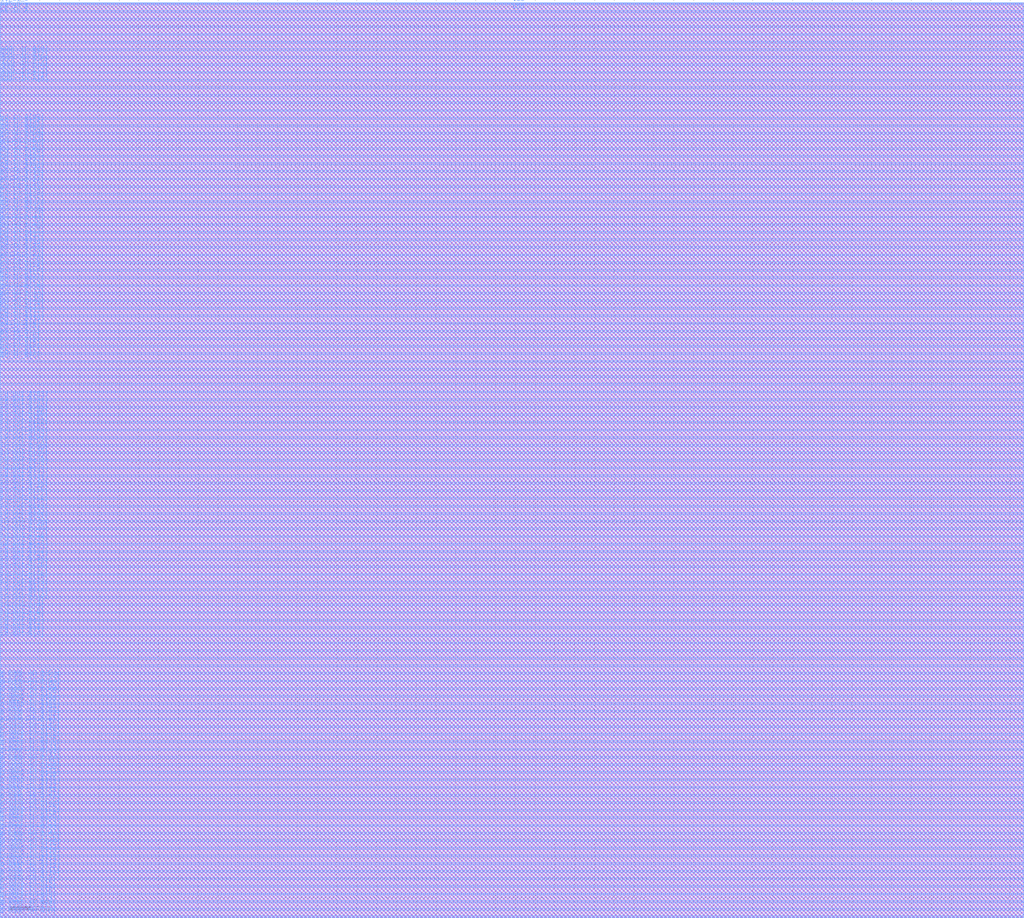
<source format=lef>
# Generated by FakeRAM 2.0
VERSION 5.7 ;
BUSBITCHARS "[]" ;
PROPERTYDEFINITIONS
  MACRO width INTEGER ;
  MACRO depth INTEGER ;
  MACRO banks INTEGER ;
END PROPERTYDEFINITIONS
MACRO fakeram7_tdp_512x64
  PROPERTY width 64 ;
  PROPERTY depth 512 ;
  PROPERTY banks 4 ;
  FOREIGN fakeram7_tdp_512x64 0 0 ;
  SYMMETRY X Y ;
  SIZE 51.680 BY 46.200 ;
  CLASS BLOCK ;
  PIN w_mask_in_A[0]
    DIRECTION INPUT ;
    USE SIGNAL ;
    SHAPE ABUTMENT ;
    PORT
      LAYER M4 ;
      RECT 0.000 0.048 0.024 0.072 ;
    END
  END w_mask_in_A[0]
  PIN w_mask_in_B[0]
    DIRECTION INPUT ;
    USE SIGNAL ;
    SHAPE ABUTMENT ;
    PORT
      LAYER M4 ;
      RECT 51.656 0.048 51.680 0.072 ;
    END
  END w_mask_in_B[0]
  PIN w_mask_in_A[1]
    DIRECTION INPUT ;
    USE SIGNAL ;
    SHAPE ABUTMENT ;
    PORT
      LAYER M4 ;
      RECT 0.000 0.240 0.024 0.264 ;
    END
  END w_mask_in_A[1]
  PIN w_mask_in_B[1]
    DIRECTION INPUT ;
    USE SIGNAL ;
    SHAPE ABUTMENT ;
    PORT
      LAYER M4 ;
      RECT 51.656 0.240 51.680 0.264 ;
    END
  END w_mask_in_B[1]
  PIN w_mask_in_A[2]
    DIRECTION INPUT ;
    USE SIGNAL ;
    SHAPE ABUTMENT ;
    PORT
      LAYER M4 ;
      RECT 0.000 0.432 0.024 0.456 ;
    END
  END w_mask_in_A[2]
  PIN w_mask_in_B[2]
    DIRECTION INPUT ;
    USE SIGNAL ;
    SHAPE ABUTMENT ;
    PORT
      LAYER M4 ;
      RECT 51.656 0.432 51.680 0.456 ;
    END
  END w_mask_in_B[2]
  PIN w_mask_in_A[3]
    DIRECTION INPUT ;
    USE SIGNAL ;
    SHAPE ABUTMENT ;
    PORT
      LAYER M4 ;
      RECT 0.000 0.624 0.024 0.648 ;
    END
  END w_mask_in_A[3]
  PIN w_mask_in_B[3]
    DIRECTION INPUT ;
    USE SIGNAL ;
    SHAPE ABUTMENT ;
    PORT
      LAYER M4 ;
      RECT 51.656 0.624 51.680 0.648 ;
    END
  END w_mask_in_B[3]
  PIN w_mask_in_A[4]
    DIRECTION INPUT ;
    USE SIGNAL ;
    SHAPE ABUTMENT ;
    PORT
      LAYER M4 ;
      RECT 0.000 0.816 0.024 0.840 ;
    END
  END w_mask_in_A[4]
  PIN w_mask_in_B[4]
    DIRECTION INPUT ;
    USE SIGNAL ;
    SHAPE ABUTMENT ;
    PORT
      LAYER M4 ;
      RECT 51.656 0.816 51.680 0.840 ;
    END
  END w_mask_in_B[4]
  PIN w_mask_in_A[5]
    DIRECTION INPUT ;
    USE SIGNAL ;
    SHAPE ABUTMENT ;
    PORT
      LAYER M4 ;
      RECT 0.000 1.008 0.024 1.032 ;
    END
  END w_mask_in_A[5]
  PIN w_mask_in_B[5]
    DIRECTION INPUT ;
    USE SIGNAL ;
    SHAPE ABUTMENT ;
    PORT
      LAYER M4 ;
      RECT 51.656 1.008 51.680 1.032 ;
    END
  END w_mask_in_B[5]
  PIN w_mask_in_A[6]
    DIRECTION INPUT ;
    USE SIGNAL ;
    SHAPE ABUTMENT ;
    PORT
      LAYER M4 ;
      RECT 0.000 1.200 0.024 1.224 ;
    END
  END w_mask_in_A[6]
  PIN w_mask_in_B[6]
    DIRECTION INPUT ;
    USE SIGNAL ;
    SHAPE ABUTMENT ;
    PORT
      LAYER M4 ;
      RECT 51.656 1.200 51.680 1.224 ;
    END
  END w_mask_in_B[6]
  PIN w_mask_in_A[7]
    DIRECTION INPUT ;
    USE SIGNAL ;
    SHAPE ABUTMENT ;
    PORT
      LAYER M4 ;
      RECT 0.000 1.392 0.024 1.416 ;
    END
  END w_mask_in_A[7]
  PIN w_mask_in_B[7]
    DIRECTION INPUT ;
    USE SIGNAL ;
    SHAPE ABUTMENT ;
    PORT
      LAYER M4 ;
      RECT 51.656 1.392 51.680 1.416 ;
    END
  END w_mask_in_B[7]
  PIN w_mask_in_A[8]
    DIRECTION INPUT ;
    USE SIGNAL ;
    SHAPE ABUTMENT ;
    PORT
      LAYER M4 ;
      RECT 0.000 1.584 0.024 1.608 ;
    END
  END w_mask_in_A[8]
  PIN w_mask_in_B[8]
    DIRECTION INPUT ;
    USE SIGNAL ;
    SHAPE ABUTMENT ;
    PORT
      LAYER M4 ;
      RECT 51.656 1.584 51.680 1.608 ;
    END
  END w_mask_in_B[8]
  PIN w_mask_in_A[9]
    DIRECTION INPUT ;
    USE SIGNAL ;
    SHAPE ABUTMENT ;
    PORT
      LAYER M4 ;
      RECT 0.000 1.776 0.024 1.800 ;
    END
  END w_mask_in_A[9]
  PIN w_mask_in_B[9]
    DIRECTION INPUT ;
    USE SIGNAL ;
    SHAPE ABUTMENT ;
    PORT
      LAYER M4 ;
      RECT 51.656 1.776 51.680 1.800 ;
    END
  END w_mask_in_B[9]
  PIN w_mask_in_A[10]
    DIRECTION INPUT ;
    USE SIGNAL ;
    SHAPE ABUTMENT ;
    PORT
      LAYER M4 ;
      RECT 0.000 1.968 0.024 1.992 ;
    END
  END w_mask_in_A[10]
  PIN w_mask_in_B[10]
    DIRECTION INPUT ;
    USE SIGNAL ;
    SHAPE ABUTMENT ;
    PORT
      LAYER M4 ;
      RECT 51.656 1.968 51.680 1.992 ;
    END
  END w_mask_in_B[10]
  PIN w_mask_in_A[11]
    DIRECTION INPUT ;
    USE SIGNAL ;
    SHAPE ABUTMENT ;
    PORT
      LAYER M4 ;
      RECT 0.000 2.160 0.024 2.184 ;
    END
  END w_mask_in_A[11]
  PIN w_mask_in_B[11]
    DIRECTION INPUT ;
    USE SIGNAL ;
    SHAPE ABUTMENT ;
    PORT
      LAYER M4 ;
      RECT 51.656 2.160 51.680 2.184 ;
    END
  END w_mask_in_B[11]
  PIN w_mask_in_A[12]
    DIRECTION INPUT ;
    USE SIGNAL ;
    SHAPE ABUTMENT ;
    PORT
      LAYER M4 ;
      RECT 0.000 2.352 0.024 2.376 ;
    END
  END w_mask_in_A[12]
  PIN w_mask_in_B[12]
    DIRECTION INPUT ;
    USE SIGNAL ;
    SHAPE ABUTMENT ;
    PORT
      LAYER M4 ;
      RECT 51.656 2.352 51.680 2.376 ;
    END
  END w_mask_in_B[12]
  PIN w_mask_in_A[13]
    DIRECTION INPUT ;
    USE SIGNAL ;
    SHAPE ABUTMENT ;
    PORT
      LAYER M4 ;
      RECT 0.000 2.544 0.024 2.568 ;
    END
  END w_mask_in_A[13]
  PIN w_mask_in_B[13]
    DIRECTION INPUT ;
    USE SIGNAL ;
    SHAPE ABUTMENT ;
    PORT
      LAYER M4 ;
      RECT 51.656 2.544 51.680 2.568 ;
    END
  END w_mask_in_B[13]
  PIN w_mask_in_A[14]
    DIRECTION INPUT ;
    USE SIGNAL ;
    SHAPE ABUTMENT ;
    PORT
      LAYER M4 ;
      RECT 0.000 2.736 0.024 2.760 ;
    END
  END w_mask_in_A[14]
  PIN w_mask_in_B[14]
    DIRECTION INPUT ;
    USE SIGNAL ;
    SHAPE ABUTMENT ;
    PORT
      LAYER M4 ;
      RECT 51.656 2.736 51.680 2.760 ;
    END
  END w_mask_in_B[14]
  PIN w_mask_in_A[15]
    DIRECTION INPUT ;
    USE SIGNAL ;
    SHAPE ABUTMENT ;
    PORT
      LAYER M4 ;
      RECT 0.000 2.928 0.024 2.952 ;
    END
  END w_mask_in_A[15]
  PIN w_mask_in_B[15]
    DIRECTION INPUT ;
    USE SIGNAL ;
    SHAPE ABUTMENT ;
    PORT
      LAYER M4 ;
      RECT 51.656 2.928 51.680 2.952 ;
    END
  END w_mask_in_B[15]
  PIN w_mask_in_A[16]
    DIRECTION INPUT ;
    USE SIGNAL ;
    SHAPE ABUTMENT ;
    PORT
      LAYER M4 ;
      RECT 0.000 3.120 0.024 3.144 ;
    END
  END w_mask_in_A[16]
  PIN w_mask_in_B[16]
    DIRECTION INPUT ;
    USE SIGNAL ;
    SHAPE ABUTMENT ;
    PORT
      LAYER M4 ;
      RECT 51.656 3.120 51.680 3.144 ;
    END
  END w_mask_in_B[16]
  PIN w_mask_in_A[17]
    DIRECTION INPUT ;
    USE SIGNAL ;
    SHAPE ABUTMENT ;
    PORT
      LAYER M4 ;
      RECT 0.000 3.312 0.024 3.336 ;
    END
  END w_mask_in_A[17]
  PIN w_mask_in_B[17]
    DIRECTION INPUT ;
    USE SIGNAL ;
    SHAPE ABUTMENT ;
    PORT
      LAYER M4 ;
      RECT 51.656 3.312 51.680 3.336 ;
    END
  END w_mask_in_B[17]
  PIN w_mask_in_A[18]
    DIRECTION INPUT ;
    USE SIGNAL ;
    SHAPE ABUTMENT ;
    PORT
      LAYER M4 ;
      RECT 0.000 3.504 0.024 3.528 ;
    END
  END w_mask_in_A[18]
  PIN w_mask_in_B[18]
    DIRECTION INPUT ;
    USE SIGNAL ;
    SHAPE ABUTMENT ;
    PORT
      LAYER M4 ;
      RECT 51.656 3.504 51.680 3.528 ;
    END
  END w_mask_in_B[18]
  PIN w_mask_in_A[19]
    DIRECTION INPUT ;
    USE SIGNAL ;
    SHAPE ABUTMENT ;
    PORT
      LAYER M4 ;
      RECT 0.000 3.696 0.024 3.720 ;
    END
  END w_mask_in_A[19]
  PIN w_mask_in_B[19]
    DIRECTION INPUT ;
    USE SIGNAL ;
    SHAPE ABUTMENT ;
    PORT
      LAYER M4 ;
      RECT 51.656 3.696 51.680 3.720 ;
    END
  END w_mask_in_B[19]
  PIN w_mask_in_A[20]
    DIRECTION INPUT ;
    USE SIGNAL ;
    SHAPE ABUTMENT ;
    PORT
      LAYER M4 ;
      RECT 0.000 3.888 0.024 3.912 ;
    END
  END w_mask_in_A[20]
  PIN w_mask_in_B[20]
    DIRECTION INPUT ;
    USE SIGNAL ;
    SHAPE ABUTMENT ;
    PORT
      LAYER M4 ;
      RECT 51.656 3.888 51.680 3.912 ;
    END
  END w_mask_in_B[20]
  PIN w_mask_in_A[21]
    DIRECTION INPUT ;
    USE SIGNAL ;
    SHAPE ABUTMENT ;
    PORT
      LAYER M4 ;
      RECT 0.000 4.080 0.024 4.104 ;
    END
  END w_mask_in_A[21]
  PIN w_mask_in_B[21]
    DIRECTION INPUT ;
    USE SIGNAL ;
    SHAPE ABUTMENT ;
    PORT
      LAYER M4 ;
      RECT 51.656 4.080 51.680 4.104 ;
    END
  END w_mask_in_B[21]
  PIN w_mask_in_A[22]
    DIRECTION INPUT ;
    USE SIGNAL ;
    SHAPE ABUTMENT ;
    PORT
      LAYER M4 ;
      RECT 0.000 4.272 0.024 4.296 ;
    END
  END w_mask_in_A[22]
  PIN w_mask_in_B[22]
    DIRECTION INPUT ;
    USE SIGNAL ;
    SHAPE ABUTMENT ;
    PORT
      LAYER M4 ;
      RECT 51.656 4.272 51.680 4.296 ;
    END
  END w_mask_in_B[22]
  PIN w_mask_in_A[23]
    DIRECTION INPUT ;
    USE SIGNAL ;
    SHAPE ABUTMENT ;
    PORT
      LAYER M4 ;
      RECT 0.000 4.464 0.024 4.488 ;
    END
  END w_mask_in_A[23]
  PIN w_mask_in_B[23]
    DIRECTION INPUT ;
    USE SIGNAL ;
    SHAPE ABUTMENT ;
    PORT
      LAYER M4 ;
      RECT 51.656 4.464 51.680 4.488 ;
    END
  END w_mask_in_B[23]
  PIN w_mask_in_A[24]
    DIRECTION INPUT ;
    USE SIGNAL ;
    SHAPE ABUTMENT ;
    PORT
      LAYER M4 ;
      RECT 0.000 4.656 0.024 4.680 ;
    END
  END w_mask_in_A[24]
  PIN w_mask_in_B[24]
    DIRECTION INPUT ;
    USE SIGNAL ;
    SHAPE ABUTMENT ;
    PORT
      LAYER M4 ;
      RECT 51.656 4.656 51.680 4.680 ;
    END
  END w_mask_in_B[24]
  PIN w_mask_in_A[25]
    DIRECTION INPUT ;
    USE SIGNAL ;
    SHAPE ABUTMENT ;
    PORT
      LAYER M4 ;
      RECT 0.000 4.848 0.024 4.872 ;
    END
  END w_mask_in_A[25]
  PIN w_mask_in_B[25]
    DIRECTION INPUT ;
    USE SIGNAL ;
    SHAPE ABUTMENT ;
    PORT
      LAYER M4 ;
      RECT 51.656 4.848 51.680 4.872 ;
    END
  END w_mask_in_B[25]
  PIN w_mask_in_A[26]
    DIRECTION INPUT ;
    USE SIGNAL ;
    SHAPE ABUTMENT ;
    PORT
      LAYER M4 ;
      RECT 0.000 5.040 0.024 5.064 ;
    END
  END w_mask_in_A[26]
  PIN w_mask_in_B[26]
    DIRECTION INPUT ;
    USE SIGNAL ;
    SHAPE ABUTMENT ;
    PORT
      LAYER M4 ;
      RECT 51.656 5.040 51.680 5.064 ;
    END
  END w_mask_in_B[26]
  PIN w_mask_in_A[27]
    DIRECTION INPUT ;
    USE SIGNAL ;
    SHAPE ABUTMENT ;
    PORT
      LAYER M4 ;
      RECT 0.000 5.232 0.024 5.256 ;
    END
  END w_mask_in_A[27]
  PIN w_mask_in_B[27]
    DIRECTION INPUT ;
    USE SIGNAL ;
    SHAPE ABUTMENT ;
    PORT
      LAYER M4 ;
      RECT 51.656 5.232 51.680 5.256 ;
    END
  END w_mask_in_B[27]
  PIN w_mask_in_A[28]
    DIRECTION INPUT ;
    USE SIGNAL ;
    SHAPE ABUTMENT ;
    PORT
      LAYER M4 ;
      RECT 0.000 5.424 0.024 5.448 ;
    END
  END w_mask_in_A[28]
  PIN w_mask_in_B[28]
    DIRECTION INPUT ;
    USE SIGNAL ;
    SHAPE ABUTMENT ;
    PORT
      LAYER M4 ;
      RECT 51.656 5.424 51.680 5.448 ;
    END
  END w_mask_in_B[28]
  PIN w_mask_in_A[29]
    DIRECTION INPUT ;
    USE SIGNAL ;
    SHAPE ABUTMENT ;
    PORT
      LAYER M4 ;
      RECT 0.000 5.616 0.024 5.640 ;
    END
  END w_mask_in_A[29]
  PIN w_mask_in_B[29]
    DIRECTION INPUT ;
    USE SIGNAL ;
    SHAPE ABUTMENT ;
    PORT
      LAYER M4 ;
      RECT 51.656 5.616 51.680 5.640 ;
    END
  END w_mask_in_B[29]
  PIN w_mask_in_A[30]
    DIRECTION INPUT ;
    USE SIGNAL ;
    SHAPE ABUTMENT ;
    PORT
      LAYER M4 ;
      RECT 0.000 5.808 0.024 5.832 ;
    END
  END w_mask_in_A[30]
  PIN w_mask_in_B[30]
    DIRECTION INPUT ;
    USE SIGNAL ;
    SHAPE ABUTMENT ;
    PORT
      LAYER M4 ;
      RECT 51.656 5.808 51.680 5.832 ;
    END
  END w_mask_in_B[30]
  PIN w_mask_in_A[31]
    DIRECTION INPUT ;
    USE SIGNAL ;
    SHAPE ABUTMENT ;
    PORT
      LAYER M4 ;
      RECT 0.000 6.000 0.024 6.024 ;
    END
  END w_mask_in_A[31]
  PIN w_mask_in_B[31]
    DIRECTION INPUT ;
    USE SIGNAL ;
    SHAPE ABUTMENT ;
    PORT
      LAYER M4 ;
      RECT 51.656 6.000 51.680 6.024 ;
    END
  END w_mask_in_B[31]
  PIN w_mask_in_A[32]
    DIRECTION INPUT ;
    USE SIGNAL ;
    SHAPE ABUTMENT ;
    PORT
      LAYER M4 ;
      RECT 0.000 6.192 0.024 6.216 ;
    END
  END w_mask_in_A[32]
  PIN w_mask_in_B[32]
    DIRECTION INPUT ;
    USE SIGNAL ;
    SHAPE ABUTMENT ;
    PORT
      LAYER M4 ;
      RECT 51.656 6.192 51.680 6.216 ;
    END
  END w_mask_in_B[32]
  PIN w_mask_in_A[33]
    DIRECTION INPUT ;
    USE SIGNAL ;
    SHAPE ABUTMENT ;
    PORT
      LAYER M4 ;
      RECT 0.000 6.384 0.024 6.408 ;
    END
  END w_mask_in_A[33]
  PIN w_mask_in_B[33]
    DIRECTION INPUT ;
    USE SIGNAL ;
    SHAPE ABUTMENT ;
    PORT
      LAYER M4 ;
      RECT 51.656 6.384 51.680 6.408 ;
    END
  END w_mask_in_B[33]
  PIN w_mask_in_A[34]
    DIRECTION INPUT ;
    USE SIGNAL ;
    SHAPE ABUTMENT ;
    PORT
      LAYER M4 ;
      RECT 0.000 6.576 0.024 6.600 ;
    END
  END w_mask_in_A[34]
  PIN w_mask_in_B[34]
    DIRECTION INPUT ;
    USE SIGNAL ;
    SHAPE ABUTMENT ;
    PORT
      LAYER M4 ;
      RECT 51.656 6.576 51.680 6.600 ;
    END
  END w_mask_in_B[34]
  PIN w_mask_in_A[35]
    DIRECTION INPUT ;
    USE SIGNAL ;
    SHAPE ABUTMENT ;
    PORT
      LAYER M4 ;
      RECT 0.000 6.768 0.024 6.792 ;
    END
  END w_mask_in_A[35]
  PIN w_mask_in_B[35]
    DIRECTION INPUT ;
    USE SIGNAL ;
    SHAPE ABUTMENT ;
    PORT
      LAYER M4 ;
      RECT 51.656 6.768 51.680 6.792 ;
    END
  END w_mask_in_B[35]
  PIN w_mask_in_A[36]
    DIRECTION INPUT ;
    USE SIGNAL ;
    SHAPE ABUTMENT ;
    PORT
      LAYER M4 ;
      RECT 0.000 6.960 0.024 6.984 ;
    END
  END w_mask_in_A[36]
  PIN w_mask_in_B[36]
    DIRECTION INPUT ;
    USE SIGNAL ;
    SHAPE ABUTMENT ;
    PORT
      LAYER M4 ;
      RECT 51.656 6.960 51.680 6.984 ;
    END
  END w_mask_in_B[36]
  PIN w_mask_in_A[37]
    DIRECTION INPUT ;
    USE SIGNAL ;
    SHAPE ABUTMENT ;
    PORT
      LAYER M4 ;
      RECT 0.000 7.152 0.024 7.176 ;
    END
  END w_mask_in_A[37]
  PIN w_mask_in_B[37]
    DIRECTION INPUT ;
    USE SIGNAL ;
    SHAPE ABUTMENT ;
    PORT
      LAYER M4 ;
      RECT 51.656 7.152 51.680 7.176 ;
    END
  END w_mask_in_B[37]
  PIN w_mask_in_A[38]
    DIRECTION INPUT ;
    USE SIGNAL ;
    SHAPE ABUTMENT ;
    PORT
      LAYER M4 ;
      RECT 0.000 7.344 0.024 7.368 ;
    END
  END w_mask_in_A[38]
  PIN w_mask_in_B[38]
    DIRECTION INPUT ;
    USE SIGNAL ;
    SHAPE ABUTMENT ;
    PORT
      LAYER M4 ;
      RECT 51.656 7.344 51.680 7.368 ;
    END
  END w_mask_in_B[38]
  PIN w_mask_in_A[39]
    DIRECTION INPUT ;
    USE SIGNAL ;
    SHAPE ABUTMENT ;
    PORT
      LAYER M4 ;
      RECT 0.000 7.536 0.024 7.560 ;
    END
  END w_mask_in_A[39]
  PIN w_mask_in_B[39]
    DIRECTION INPUT ;
    USE SIGNAL ;
    SHAPE ABUTMENT ;
    PORT
      LAYER M4 ;
      RECT 51.656 7.536 51.680 7.560 ;
    END
  END w_mask_in_B[39]
  PIN w_mask_in_A[40]
    DIRECTION INPUT ;
    USE SIGNAL ;
    SHAPE ABUTMENT ;
    PORT
      LAYER M4 ;
      RECT 0.000 7.728 0.024 7.752 ;
    END
  END w_mask_in_A[40]
  PIN w_mask_in_B[40]
    DIRECTION INPUT ;
    USE SIGNAL ;
    SHAPE ABUTMENT ;
    PORT
      LAYER M4 ;
      RECT 51.656 7.728 51.680 7.752 ;
    END
  END w_mask_in_B[40]
  PIN w_mask_in_A[41]
    DIRECTION INPUT ;
    USE SIGNAL ;
    SHAPE ABUTMENT ;
    PORT
      LAYER M4 ;
      RECT 0.000 7.920 0.024 7.944 ;
    END
  END w_mask_in_A[41]
  PIN w_mask_in_B[41]
    DIRECTION INPUT ;
    USE SIGNAL ;
    SHAPE ABUTMENT ;
    PORT
      LAYER M4 ;
      RECT 51.656 7.920 51.680 7.944 ;
    END
  END w_mask_in_B[41]
  PIN w_mask_in_A[42]
    DIRECTION INPUT ;
    USE SIGNAL ;
    SHAPE ABUTMENT ;
    PORT
      LAYER M4 ;
      RECT 0.000 8.112 0.024 8.136 ;
    END
  END w_mask_in_A[42]
  PIN w_mask_in_B[42]
    DIRECTION INPUT ;
    USE SIGNAL ;
    SHAPE ABUTMENT ;
    PORT
      LAYER M4 ;
      RECT 51.656 8.112 51.680 8.136 ;
    END
  END w_mask_in_B[42]
  PIN w_mask_in_A[43]
    DIRECTION INPUT ;
    USE SIGNAL ;
    SHAPE ABUTMENT ;
    PORT
      LAYER M4 ;
      RECT 0.000 8.304 0.024 8.328 ;
    END
  END w_mask_in_A[43]
  PIN w_mask_in_B[43]
    DIRECTION INPUT ;
    USE SIGNAL ;
    SHAPE ABUTMENT ;
    PORT
      LAYER M4 ;
      RECT 51.656 8.304 51.680 8.328 ;
    END
  END w_mask_in_B[43]
  PIN w_mask_in_A[44]
    DIRECTION INPUT ;
    USE SIGNAL ;
    SHAPE ABUTMENT ;
    PORT
      LAYER M4 ;
      RECT 0.000 8.496 0.024 8.520 ;
    END
  END w_mask_in_A[44]
  PIN w_mask_in_B[44]
    DIRECTION INPUT ;
    USE SIGNAL ;
    SHAPE ABUTMENT ;
    PORT
      LAYER M4 ;
      RECT 51.656 8.496 51.680 8.520 ;
    END
  END w_mask_in_B[44]
  PIN w_mask_in_A[45]
    DIRECTION INPUT ;
    USE SIGNAL ;
    SHAPE ABUTMENT ;
    PORT
      LAYER M4 ;
      RECT 0.000 8.688 0.024 8.712 ;
    END
  END w_mask_in_A[45]
  PIN w_mask_in_B[45]
    DIRECTION INPUT ;
    USE SIGNAL ;
    SHAPE ABUTMENT ;
    PORT
      LAYER M4 ;
      RECT 51.656 8.688 51.680 8.712 ;
    END
  END w_mask_in_B[45]
  PIN w_mask_in_A[46]
    DIRECTION INPUT ;
    USE SIGNAL ;
    SHAPE ABUTMENT ;
    PORT
      LAYER M4 ;
      RECT 0.000 8.880 0.024 8.904 ;
    END
  END w_mask_in_A[46]
  PIN w_mask_in_B[46]
    DIRECTION INPUT ;
    USE SIGNAL ;
    SHAPE ABUTMENT ;
    PORT
      LAYER M4 ;
      RECT 51.656 8.880 51.680 8.904 ;
    END
  END w_mask_in_B[46]
  PIN w_mask_in_A[47]
    DIRECTION INPUT ;
    USE SIGNAL ;
    SHAPE ABUTMENT ;
    PORT
      LAYER M4 ;
      RECT 0.000 9.072 0.024 9.096 ;
    END
  END w_mask_in_A[47]
  PIN w_mask_in_B[47]
    DIRECTION INPUT ;
    USE SIGNAL ;
    SHAPE ABUTMENT ;
    PORT
      LAYER M4 ;
      RECT 51.656 9.072 51.680 9.096 ;
    END
  END w_mask_in_B[47]
  PIN w_mask_in_A[48]
    DIRECTION INPUT ;
    USE SIGNAL ;
    SHAPE ABUTMENT ;
    PORT
      LAYER M4 ;
      RECT 0.000 9.264 0.024 9.288 ;
    END
  END w_mask_in_A[48]
  PIN w_mask_in_B[48]
    DIRECTION INPUT ;
    USE SIGNAL ;
    SHAPE ABUTMENT ;
    PORT
      LAYER M4 ;
      RECT 51.656 9.264 51.680 9.288 ;
    END
  END w_mask_in_B[48]
  PIN w_mask_in_A[49]
    DIRECTION INPUT ;
    USE SIGNAL ;
    SHAPE ABUTMENT ;
    PORT
      LAYER M4 ;
      RECT 0.000 9.456 0.024 9.480 ;
    END
  END w_mask_in_A[49]
  PIN w_mask_in_B[49]
    DIRECTION INPUT ;
    USE SIGNAL ;
    SHAPE ABUTMENT ;
    PORT
      LAYER M4 ;
      RECT 51.656 9.456 51.680 9.480 ;
    END
  END w_mask_in_B[49]
  PIN w_mask_in_A[50]
    DIRECTION INPUT ;
    USE SIGNAL ;
    SHAPE ABUTMENT ;
    PORT
      LAYER M4 ;
      RECT 0.000 9.648 0.024 9.672 ;
    END
  END w_mask_in_A[50]
  PIN w_mask_in_B[50]
    DIRECTION INPUT ;
    USE SIGNAL ;
    SHAPE ABUTMENT ;
    PORT
      LAYER M4 ;
      RECT 51.656 9.648 51.680 9.672 ;
    END
  END w_mask_in_B[50]
  PIN w_mask_in_A[51]
    DIRECTION INPUT ;
    USE SIGNAL ;
    SHAPE ABUTMENT ;
    PORT
      LAYER M4 ;
      RECT 0.000 9.840 0.024 9.864 ;
    END
  END w_mask_in_A[51]
  PIN w_mask_in_B[51]
    DIRECTION INPUT ;
    USE SIGNAL ;
    SHAPE ABUTMENT ;
    PORT
      LAYER M4 ;
      RECT 51.656 9.840 51.680 9.864 ;
    END
  END w_mask_in_B[51]
  PIN w_mask_in_A[52]
    DIRECTION INPUT ;
    USE SIGNAL ;
    SHAPE ABUTMENT ;
    PORT
      LAYER M4 ;
      RECT 0.000 10.032 0.024 10.056 ;
    END
  END w_mask_in_A[52]
  PIN w_mask_in_B[52]
    DIRECTION INPUT ;
    USE SIGNAL ;
    SHAPE ABUTMENT ;
    PORT
      LAYER M4 ;
      RECT 51.656 10.032 51.680 10.056 ;
    END
  END w_mask_in_B[52]
  PIN w_mask_in_A[53]
    DIRECTION INPUT ;
    USE SIGNAL ;
    SHAPE ABUTMENT ;
    PORT
      LAYER M4 ;
      RECT 0.000 10.224 0.024 10.248 ;
    END
  END w_mask_in_A[53]
  PIN w_mask_in_B[53]
    DIRECTION INPUT ;
    USE SIGNAL ;
    SHAPE ABUTMENT ;
    PORT
      LAYER M4 ;
      RECT 51.656 10.224 51.680 10.248 ;
    END
  END w_mask_in_B[53]
  PIN w_mask_in_A[54]
    DIRECTION INPUT ;
    USE SIGNAL ;
    SHAPE ABUTMENT ;
    PORT
      LAYER M4 ;
      RECT 0.000 10.416 0.024 10.440 ;
    END
  END w_mask_in_A[54]
  PIN w_mask_in_B[54]
    DIRECTION INPUT ;
    USE SIGNAL ;
    SHAPE ABUTMENT ;
    PORT
      LAYER M4 ;
      RECT 51.656 10.416 51.680 10.440 ;
    END
  END w_mask_in_B[54]
  PIN w_mask_in_A[55]
    DIRECTION INPUT ;
    USE SIGNAL ;
    SHAPE ABUTMENT ;
    PORT
      LAYER M4 ;
      RECT 0.000 10.608 0.024 10.632 ;
    END
  END w_mask_in_A[55]
  PIN w_mask_in_B[55]
    DIRECTION INPUT ;
    USE SIGNAL ;
    SHAPE ABUTMENT ;
    PORT
      LAYER M4 ;
      RECT 51.656 10.608 51.680 10.632 ;
    END
  END w_mask_in_B[55]
  PIN w_mask_in_A[56]
    DIRECTION INPUT ;
    USE SIGNAL ;
    SHAPE ABUTMENT ;
    PORT
      LAYER M4 ;
      RECT 0.000 10.800 0.024 10.824 ;
    END
  END w_mask_in_A[56]
  PIN w_mask_in_B[56]
    DIRECTION INPUT ;
    USE SIGNAL ;
    SHAPE ABUTMENT ;
    PORT
      LAYER M4 ;
      RECT 51.656 10.800 51.680 10.824 ;
    END
  END w_mask_in_B[56]
  PIN w_mask_in_A[57]
    DIRECTION INPUT ;
    USE SIGNAL ;
    SHAPE ABUTMENT ;
    PORT
      LAYER M4 ;
      RECT 0.000 10.992 0.024 11.016 ;
    END
  END w_mask_in_A[57]
  PIN w_mask_in_B[57]
    DIRECTION INPUT ;
    USE SIGNAL ;
    SHAPE ABUTMENT ;
    PORT
      LAYER M4 ;
      RECT 51.656 10.992 51.680 11.016 ;
    END
  END w_mask_in_B[57]
  PIN w_mask_in_A[58]
    DIRECTION INPUT ;
    USE SIGNAL ;
    SHAPE ABUTMENT ;
    PORT
      LAYER M4 ;
      RECT 0.000 11.184 0.024 11.208 ;
    END
  END w_mask_in_A[58]
  PIN w_mask_in_B[58]
    DIRECTION INPUT ;
    USE SIGNAL ;
    SHAPE ABUTMENT ;
    PORT
      LAYER M4 ;
      RECT 51.656 11.184 51.680 11.208 ;
    END
  END w_mask_in_B[58]
  PIN w_mask_in_A[59]
    DIRECTION INPUT ;
    USE SIGNAL ;
    SHAPE ABUTMENT ;
    PORT
      LAYER M4 ;
      RECT 0.000 11.376 0.024 11.400 ;
    END
  END w_mask_in_A[59]
  PIN w_mask_in_B[59]
    DIRECTION INPUT ;
    USE SIGNAL ;
    SHAPE ABUTMENT ;
    PORT
      LAYER M4 ;
      RECT 51.656 11.376 51.680 11.400 ;
    END
  END w_mask_in_B[59]
  PIN w_mask_in_A[60]
    DIRECTION INPUT ;
    USE SIGNAL ;
    SHAPE ABUTMENT ;
    PORT
      LAYER M4 ;
      RECT 0.000 11.568 0.024 11.592 ;
    END
  END w_mask_in_A[60]
  PIN w_mask_in_B[60]
    DIRECTION INPUT ;
    USE SIGNAL ;
    SHAPE ABUTMENT ;
    PORT
      LAYER M4 ;
      RECT 51.656 11.568 51.680 11.592 ;
    END
  END w_mask_in_B[60]
  PIN w_mask_in_A[61]
    DIRECTION INPUT ;
    USE SIGNAL ;
    SHAPE ABUTMENT ;
    PORT
      LAYER M4 ;
      RECT 0.000 11.760 0.024 11.784 ;
    END
  END w_mask_in_A[61]
  PIN w_mask_in_B[61]
    DIRECTION INPUT ;
    USE SIGNAL ;
    SHAPE ABUTMENT ;
    PORT
      LAYER M4 ;
      RECT 51.656 11.760 51.680 11.784 ;
    END
  END w_mask_in_B[61]
  PIN w_mask_in_A[62]
    DIRECTION INPUT ;
    USE SIGNAL ;
    SHAPE ABUTMENT ;
    PORT
      LAYER M4 ;
      RECT 0.000 11.952 0.024 11.976 ;
    END
  END w_mask_in_A[62]
  PIN w_mask_in_B[62]
    DIRECTION INPUT ;
    USE SIGNAL ;
    SHAPE ABUTMENT ;
    PORT
      LAYER M4 ;
      RECT 51.656 11.952 51.680 11.976 ;
    END
  END w_mask_in_B[62]
  PIN w_mask_in_A[63]
    DIRECTION INPUT ;
    USE SIGNAL ;
    SHAPE ABUTMENT ;
    PORT
      LAYER M4 ;
      RECT 0.000 12.144 0.024 12.168 ;
    END
  END w_mask_in_A[63]
  PIN w_mask_in_B[63]
    DIRECTION INPUT ;
    USE SIGNAL ;
    SHAPE ABUTMENT ;
    PORT
      LAYER M4 ;
      RECT 51.656 12.144 51.680 12.168 ;
    END
  END w_mask_in_B[63]
  PIN rd_out_A[0]
    DIRECTION OUTPUT ;
    USE SIGNAL ;
    SHAPE ABUTMENT ;
    PORT
      LAYER M4 ;
      RECT 0.000 14.064 0.024 14.088 ;
    END
  END rd_out_A[0]
  PIN rd_out_B[0]
    DIRECTION OUTPUT ;
    USE SIGNAL ;
    SHAPE ABUTMENT ;
    PORT
      LAYER M4 ;
      RECT 51.656 14.064 51.680 14.088 ;
    END
  END rd_out_B[0]
  PIN rd_out_A[1]
    DIRECTION OUTPUT ;
    USE SIGNAL ;
    SHAPE ABUTMENT ;
    PORT
      LAYER M4 ;
      RECT 0.000 14.256 0.024 14.280 ;
    END
  END rd_out_A[1]
  PIN rd_out_B[1]
    DIRECTION OUTPUT ;
    USE SIGNAL ;
    SHAPE ABUTMENT ;
    PORT
      LAYER M4 ;
      RECT 51.656 14.256 51.680 14.280 ;
    END
  END rd_out_B[1]
  PIN rd_out_A[2]
    DIRECTION OUTPUT ;
    USE SIGNAL ;
    SHAPE ABUTMENT ;
    PORT
      LAYER M4 ;
      RECT 0.000 14.448 0.024 14.472 ;
    END
  END rd_out_A[2]
  PIN rd_out_B[2]
    DIRECTION OUTPUT ;
    USE SIGNAL ;
    SHAPE ABUTMENT ;
    PORT
      LAYER M4 ;
      RECT 51.656 14.448 51.680 14.472 ;
    END
  END rd_out_B[2]
  PIN rd_out_A[3]
    DIRECTION OUTPUT ;
    USE SIGNAL ;
    SHAPE ABUTMENT ;
    PORT
      LAYER M4 ;
      RECT 0.000 14.640 0.024 14.664 ;
    END
  END rd_out_A[3]
  PIN rd_out_B[3]
    DIRECTION OUTPUT ;
    USE SIGNAL ;
    SHAPE ABUTMENT ;
    PORT
      LAYER M4 ;
      RECT 51.656 14.640 51.680 14.664 ;
    END
  END rd_out_B[3]
  PIN rd_out_A[4]
    DIRECTION OUTPUT ;
    USE SIGNAL ;
    SHAPE ABUTMENT ;
    PORT
      LAYER M4 ;
      RECT 0.000 14.832 0.024 14.856 ;
    END
  END rd_out_A[4]
  PIN rd_out_B[4]
    DIRECTION OUTPUT ;
    USE SIGNAL ;
    SHAPE ABUTMENT ;
    PORT
      LAYER M4 ;
      RECT 51.656 14.832 51.680 14.856 ;
    END
  END rd_out_B[4]
  PIN rd_out_A[5]
    DIRECTION OUTPUT ;
    USE SIGNAL ;
    SHAPE ABUTMENT ;
    PORT
      LAYER M4 ;
      RECT 0.000 15.024 0.024 15.048 ;
    END
  END rd_out_A[5]
  PIN rd_out_B[5]
    DIRECTION OUTPUT ;
    USE SIGNAL ;
    SHAPE ABUTMENT ;
    PORT
      LAYER M4 ;
      RECT 51.656 15.024 51.680 15.048 ;
    END
  END rd_out_B[5]
  PIN rd_out_A[6]
    DIRECTION OUTPUT ;
    USE SIGNAL ;
    SHAPE ABUTMENT ;
    PORT
      LAYER M4 ;
      RECT 0.000 15.216 0.024 15.240 ;
    END
  END rd_out_A[6]
  PIN rd_out_B[6]
    DIRECTION OUTPUT ;
    USE SIGNAL ;
    SHAPE ABUTMENT ;
    PORT
      LAYER M4 ;
      RECT 51.656 15.216 51.680 15.240 ;
    END
  END rd_out_B[6]
  PIN rd_out_A[7]
    DIRECTION OUTPUT ;
    USE SIGNAL ;
    SHAPE ABUTMENT ;
    PORT
      LAYER M4 ;
      RECT 0.000 15.408 0.024 15.432 ;
    END
  END rd_out_A[7]
  PIN rd_out_B[7]
    DIRECTION OUTPUT ;
    USE SIGNAL ;
    SHAPE ABUTMENT ;
    PORT
      LAYER M4 ;
      RECT 51.656 15.408 51.680 15.432 ;
    END
  END rd_out_B[7]
  PIN rd_out_A[8]
    DIRECTION OUTPUT ;
    USE SIGNAL ;
    SHAPE ABUTMENT ;
    PORT
      LAYER M4 ;
      RECT 0.000 15.600 0.024 15.624 ;
    END
  END rd_out_A[8]
  PIN rd_out_B[8]
    DIRECTION OUTPUT ;
    USE SIGNAL ;
    SHAPE ABUTMENT ;
    PORT
      LAYER M4 ;
      RECT 51.656 15.600 51.680 15.624 ;
    END
  END rd_out_B[8]
  PIN rd_out_A[9]
    DIRECTION OUTPUT ;
    USE SIGNAL ;
    SHAPE ABUTMENT ;
    PORT
      LAYER M4 ;
      RECT 0.000 15.792 0.024 15.816 ;
    END
  END rd_out_A[9]
  PIN rd_out_B[9]
    DIRECTION OUTPUT ;
    USE SIGNAL ;
    SHAPE ABUTMENT ;
    PORT
      LAYER M4 ;
      RECT 51.656 15.792 51.680 15.816 ;
    END
  END rd_out_B[9]
  PIN rd_out_A[10]
    DIRECTION OUTPUT ;
    USE SIGNAL ;
    SHAPE ABUTMENT ;
    PORT
      LAYER M4 ;
      RECT 0.000 15.984 0.024 16.008 ;
    END
  END rd_out_A[10]
  PIN rd_out_B[10]
    DIRECTION OUTPUT ;
    USE SIGNAL ;
    SHAPE ABUTMENT ;
    PORT
      LAYER M4 ;
      RECT 51.656 15.984 51.680 16.008 ;
    END
  END rd_out_B[10]
  PIN rd_out_A[11]
    DIRECTION OUTPUT ;
    USE SIGNAL ;
    SHAPE ABUTMENT ;
    PORT
      LAYER M4 ;
      RECT 0.000 16.176 0.024 16.200 ;
    END
  END rd_out_A[11]
  PIN rd_out_B[11]
    DIRECTION OUTPUT ;
    USE SIGNAL ;
    SHAPE ABUTMENT ;
    PORT
      LAYER M4 ;
      RECT 51.656 16.176 51.680 16.200 ;
    END
  END rd_out_B[11]
  PIN rd_out_A[12]
    DIRECTION OUTPUT ;
    USE SIGNAL ;
    SHAPE ABUTMENT ;
    PORT
      LAYER M4 ;
      RECT 0.000 16.368 0.024 16.392 ;
    END
  END rd_out_A[12]
  PIN rd_out_B[12]
    DIRECTION OUTPUT ;
    USE SIGNAL ;
    SHAPE ABUTMENT ;
    PORT
      LAYER M4 ;
      RECT 51.656 16.368 51.680 16.392 ;
    END
  END rd_out_B[12]
  PIN rd_out_A[13]
    DIRECTION OUTPUT ;
    USE SIGNAL ;
    SHAPE ABUTMENT ;
    PORT
      LAYER M4 ;
      RECT 0.000 16.560 0.024 16.584 ;
    END
  END rd_out_A[13]
  PIN rd_out_B[13]
    DIRECTION OUTPUT ;
    USE SIGNAL ;
    SHAPE ABUTMENT ;
    PORT
      LAYER M4 ;
      RECT 51.656 16.560 51.680 16.584 ;
    END
  END rd_out_B[13]
  PIN rd_out_A[14]
    DIRECTION OUTPUT ;
    USE SIGNAL ;
    SHAPE ABUTMENT ;
    PORT
      LAYER M4 ;
      RECT 0.000 16.752 0.024 16.776 ;
    END
  END rd_out_A[14]
  PIN rd_out_B[14]
    DIRECTION OUTPUT ;
    USE SIGNAL ;
    SHAPE ABUTMENT ;
    PORT
      LAYER M4 ;
      RECT 51.656 16.752 51.680 16.776 ;
    END
  END rd_out_B[14]
  PIN rd_out_A[15]
    DIRECTION OUTPUT ;
    USE SIGNAL ;
    SHAPE ABUTMENT ;
    PORT
      LAYER M4 ;
      RECT 0.000 16.944 0.024 16.968 ;
    END
  END rd_out_A[15]
  PIN rd_out_B[15]
    DIRECTION OUTPUT ;
    USE SIGNAL ;
    SHAPE ABUTMENT ;
    PORT
      LAYER M4 ;
      RECT 51.656 16.944 51.680 16.968 ;
    END
  END rd_out_B[15]
  PIN rd_out_A[16]
    DIRECTION OUTPUT ;
    USE SIGNAL ;
    SHAPE ABUTMENT ;
    PORT
      LAYER M4 ;
      RECT 0.000 17.136 0.024 17.160 ;
    END
  END rd_out_A[16]
  PIN rd_out_B[16]
    DIRECTION OUTPUT ;
    USE SIGNAL ;
    SHAPE ABUTMENT ;
    PORT
      LAYER M4 ;
      RECT 51.656 17.136 51.680 17.160 ;
    END
  END rd_out_B[16]
  PIN rd_out_A[17]
    DIRECTION OUTPUT ;
    USE SIGNAL ;
    SHAPE ABUTMENT ;
    PORT
      LAYER M4 ;
      RECT 0.000 17.328 0.024 17.352 ;
    END
  END rd_out_A[17]
  PIN rd_out_B[17]
    DIRECTION OUTPUT ;
    USE SIGNAL ;
    SHAPE ABUTMENT ;
    PORT
      LAYER M4 ;
      RECT 51.656 17.328 51.680 17.352 ;
    END
  END rd_out_B[17]
  PIN rd_out_A[18]
    DIRECTION OUTPUT ;
    USE SIGNAL ;
    SHAPE ABUTMENT ;
    PORT
      LAYER M4 ;
      RECT 0.000 17.520 0.024 17.544 ;
    END
  END rd_out_A[18]
  PIN rd_out_B[18]
    DIRECTION OUTPUT ;
    USE SIGNAL ;
    SHAPE ABUTMENT ;
    PORT
      LAYER M4 ;
      RECT 51.656 17.520 51.680 17.544 ;
    END
  END rd_out_B[18]
  PIN rd_out_A[19]
    DIRECTION OUTPUT ;
    USE SIGNAL ;
    SHAPE ABUTMENT ;
    PORT
      LAYER M4 ;
      RECT 0.000 17.712 0.024 17.736 ;
    END
  END rd_out_A[19]
  PIN rd_out_B[19]
    DIRECTION OUTPUT ;
    USE SIGNAL ;
    SHAPE ABUTMENT ;
    PORT
      LAYER M4 ;
      RECT 51.656 17.712 51.680 17.736 ;
    END
  END rd_out_B[19]
  PIN rd_out_A[20]
    DIRECTION OUTPUT ;
    USE SIGNAL ;
    SHAPE ABUTMENT ;
    PORT
      LAYER M4 ;
      RECT 0.000 17.904 0.024 17.928 ;
    END
  END rd_out_A[20]
  PIN rd_out_B[20]
    DIRECTION OUTPUT ;
    USE SIGNAL ;
    SHAPE ABUTMENT ;
    PORT
      LAYER M4 ;
      RECT 51.656 17.904 51.680 17.928 ;
    END
  END rd_out_B[20]
  PIN rd_out_A[21]
    DIRECTION OUTPUT ;
    USE SIGNAL ;
    SHAPE ABUTMENT ;
    PORT
      LAYER M4 ;
      RECT 0.000 18.096 0.024 18.120 ;
    END
  END rd_out_A[21]
  PIN rd_out_B[21]
    DIRECTION OUTPUT ;
    USE SIGNAL ;
    SHAPE ABUTMENT ;
    PORT
      LAYER M4 ;
      RECT 51.656 18.096 51.680 18.120 ;
    END
  END rd_out_B[21]
  PIN rd_out_A[22]
    DIRECTION OUTPUT ;
    USE SIGNAL ;
    SHAPE ABUTMENT ;
    PORT
      LAYER M4 ;
      RECT 0.000 18.288 0.024 18.312 ;
    END
  END rd_out_A[22]
  PIN rd_out_B[22]
    DIRECTION OUTPUT ;
    USE SIGNAL ;
    SHAPE ABUTMENT ;
    PORT
      LAYER M4 ;
      RECT 51.656 18.288 51.680 18.312 ;
    END
  END rd_out_B[22]
  PIN rd_out_A[23]
    DIRECTION OUTPUT ;
    USE SIGNAL ;
    SHAPE ABUTMENT ;
    PORT
      LAYER M4 ;
      RECT 0.000 18.480 0.024 18.504 ;
    END
  END rd_out_A[23]
  PIN rd_out_B[23]
    DIRECTION OUTPUT ;
    USE SIGNAL ;
    SHAPE ABUTMENT ;
    PORT
      LAYER M4 ;
      RECT 51.656 18.480 51.680 18.504 ;
    END
  END rd_out_B[23]
  PIN rd_out_A[24]
    DIRECTION OUTPUT ;
    USE SIGNAL ;
    SHAPE ABUTMENT ;
    PORT
      LAYER M4 ;
      RECT 0.000 18.672 0.024 18.696 ;
    END
  END rd_out_A[24]
  PIN rd_out_B[24]
    DIRECTION OUTPUT ;
    USE SIGNAL ;
    SHAPE ABUTMENT ;
    PORT
      LAYER M4 ;
      RECT 51.656 18.672 51.680 18.696 ;
    END
  END rd_out_B[24]
  PIN rd_out_A[25]
    DIRECTION OUTPUT ;
    USE SIGNAL ;
    SHAPE ABUTMENT ;
    PORT
      LAYER M4 ;
      RECT 0.000 18.864 0.024 18.888 ;
    END
  END rd_out_A[25]
  PIN rd_out_B[25]
    DIRECTION OUTPUT ;
    USE SIGNAL ;
    SHAPE ABUTMENT ;
    PORT
      LAYER M4 ;
      RECT 51.656 18.864 51.680 18.888 ;
    END
  END rd_out_B[25]
  PIN rd_out_A[26]
    DIRECTION OUTPUT ;
    USE SIGNAL ;
    SHAPE ABUTMENT ;
    PORT
      LAYER M4 ;
      RECT 0.000 19.056 0.024 19.080 ;
    END
  END rd_out_A[26]
  PIN rd_out_B[26]
    DIRECTION OUTPUT ;
    USE SIGNAL ;
    SHAPE ABUTMENT ;
    PORT
      LAYER M4 ;
      RECT 51.656 19.056 51.680 19.080 ;
    END
  END rd_out_B[26]
  PIN rd_out_A[27]
    DIRECTION OUTPUT ;
    USE SIGNAL ;
    SHAPE ABUTMENT ;
    PORT
      LAYER M4 ;
      RECT 0.000 19.248 0.024 19.272 ;
    END
  END rd_out_A[27]
  PIN rd_out_B[27]
    DIRECTION OUTPUT ;
    USE SIGNAL ;
    SHAPE ABUTMENT ;
    PORT
      LAYER M4 ;
      RECT 51.656 19.248 51.680 19.272 ;
    END
  END rd_out_B[27]
  PIN rd_out_A[28]
    DIRECTION OUTPUT ;
    USE SIGNAL ;
    SHAPE ABUTMENT ;
    PORT
      LAYER M4 ;
      RECT 0.000 19.440 0.024 19.464 ;
    END
  END rd_out_A[28]
  PIN rd_out_B[28]
    DIRECTION OUTPUT ;
    USE SIGNAL ;
    SHAPE ABUTMENT ;
    PORT
      LAYER M4 ;
      RECT 51.656 19.440 51.680 19.464 ;
    END
  END rd_out_B[28]
  PIN rd_out_A[29]
    DIRECTION OUTPUT ;
    USE SIGNAL ;
    SHAPE ABUTMENT ;
    PORT
      LAYER M4 ;
      RECT 0.000 19.632 0.024 19.656 ;
    END
  END rd_out_A[29]
  PIN rd_out_B[29]
    DIRECTION OUTPUT ;
    USE SIGNAL ;
    SHAPE ABUTMENT ;
    PORT
      LAYER M4 ;
      RECT 51.656 19.632 51.680 19.656 ;
    END
  END rd_out_B[29]
  PIN rd_out_A[30]
    DIRECTION OUTPUT ;
    USE SIGNAL ;
    SHAPE ABUTMENT ;
    PORT
      LAYER M4 ;
      RECT 0.000 19.824 0.024 19.848 ;
    END
  END rd_out_A[30]
  PIN rd_out_B[30]
    DIRECTION OUTPUT ;
    USE SIGNAL ;
    SHAPE ABUTMENT ;
    PORT
      LAYER M4 ;
      RECT 51.656 19.824 51.680 19.848 ;
    END
  END rd_out_B[30]
  PIN rd_out_A[31]
    DIRECTION OUTPUT ;
    USE SIGNAL ;
    SHAPE ABUTMENT ;
    PORT
      LAYER M4 ;
      RECT 0.000 20.016 0.024 20.040 ;
    END
  END rd_out_A[31]
  PIN rd_out_B[31]
    DIRECTION OUTPUT ;
    USE SIGNAL ;
    SHAPE ABUTMENT ;
    PORT
      LAYER M4 ;
      RECT 51.656 20.016 51.680 20.040 ;
    END
  END rd_out_B[31]
  PIN rd_out_A[32]
    DIRECTION OUTPUT ;
    USE SIGNAL ;
    SHAPE ABUTMENT ;
    PORT
      LAYER M4 ;
      RECT 0.000 20.208 0.024 20.232 ;
    END
  END rd_out_A[32]
  PIN rd_out_B[32]
    DIRECTION OUTPUT ;
    USE SIGNAL ;
    SHAPE ABUTMENT ;
    PORT
      LAYER M4 ;
      RECT 51.656 20.208 51.680 20.232 ;
    END
  END rd_out_B[32]
  PIN rd_out_A[33]
    DIRECTION OUTPUT ;
    USE SIGNAL ;
    SHAPE ABUTMENT ;
    PORT
      LAYER M4 ;
      RECT 0.000 20.400 0.024 20.424 ;
    END
  END rd_out_A[33]
  PIN rd_out_B[33]
    DIRECTION OUTPUT ;
    USE SIGNAL ;
    SHAPE ABUTMENT ;
    PORT
      LAYER M4 ;
      RECT 51.656 20.400 51.680 20.424 ;
    END
  END rd_out_B[33]
  PIN rd_out_A[34]
    DIRECTION OUTPUT ;
    USE SIGNAL ;
    SHAPE ABUTMENT ;
    PORT
      LAYER M4 ;
      RECT 0.000 20.592 0.024 20.616 ;
    END
  END rd_out_A[34]
  PIN rd_out_B[34]
    DIRECTION OUTPUT ;
    USE SIGNAL ;
    SHAPE ABUTMENT ;
    PORT
      LAYER M4 ;
      RECT 51.656 20.592 51.680 20.616 ;
    END
  END rd_out_B[34]
  PIN rd_out_A[35]
    DIRECTION OUTPUT ;
    USE SIGNAL ;
    SHAPE ABUTMENT ;
    PORT
      LAYER M4 ;
      RECT 0.000 20.784 0.024 20.808 ;
    END
  END rd_out_A[35]
  PIN rd_out_B[35]
    DIRECTION OUTPUT ;
    USE SIGNAL ;
    SHAPE ABUTMENT ;
    PORT
      LAYER M4 ;
      RECT 51.656 20.784 51.680 20.808 ;
    END
  END rd_out_B[35]
  PIN rd_out_A[36]
    DIRECTION OUTPUT ;
    USE SIGNAL ;
    SHAPE ABUTMENT ;
    PORT
      LAYER M4 ;
      RECT 0.000 20.976 0.024 21.000 ;
    END
  END rd_out_A[36]
  PIN rd_out_B[36]
    DIRECTION OUTPUT ;
    USE SIGNAL ;
    SHAPE ABUTMENT ;
    PORT
      LAYER M4 ;
      RECT 51.656 20.976 51.680 21.000 ;
    END
  END rd_out_B[36]
  PIN rd_out_A[37]
    DIRECTION OUTPUT ;
    USE SIGNAL ;
    SHAPE ABUTMENT ;
    PORT
      LAYER M4 ;
      RECT 0.000 21.168 0.024 21.192 ;
    END
  END rd_out_A[37]
  PIN rd_out_B[37]
    DIRECTION OUTPUT ;
    USE SIGNAL ;
    SHAPE ABUTMENT ;
    PORT
      LAYER M4 ;
      RECT 51.656 21.168 51.680 21.192 ;
    END
  END rd_out_B[37]
  PIN rd_out_A[38]
    DIRECTION OUTPUT ;
    USE SIGNAL ;
    SHAPE ABUTMENT ;
    PORT
      LAYER M4 ;
      RECT 0.000 21.360 0.024 21.384 ;
    END
  END rd_out_A[38]
  PIN rd_out_B[38]
    DIRECTION OUTPUT ;
    USE SIGNAL ;
    SHAPE ABUTMENT ;
    PORT
      LAYER M4 ;
      RECT 51.656 21.360 51.680 21.384 ;
    END
  END rd_out_B[38]
  PIN rd_out_A[39]
    DIRECTION OUTPUT ;
    USE SIGNAL ;
    SHAPE ABUTMENT ;
    PORT
      LAYER M4 ;
      RECT 0.000 21.552 0.024 21.576 ;
    END
  END rd_out_A[39]
  PIN rd_out_B[39]
    DIRECTION OUTPUT ;
    USE SIGNAL ;
    SHAPE ABUTMENT ;
    PORT
      LAYER M4 ;
      RECT 51.656 21.552 51.680 21.576 ;
    END
  END rd_out_B[39]
  PIN rd_out_A[40]
    DIRECTION OUTPUT ;
    USE SIGNAL ;
    SHAPE ABUTMENT ;
    PORT
      LAYER M4 ;
      RECT 0.000 21.744 0.024 21.768 ;
    END
  END rd_out_A[40]
  PIN rd_out_B[40]
    DIRECTION OUTPUT ;
    USE SIGNAL ;
    SHAPE ABUTMENT ;
    PORT
      LAYER M4 ;
      RECT 51.656 21.744 51.680 21.768 ;
    END
  END rd_out_B[40]
  PIN rd_out_A[41]
    DIRECTION OUTPUT ;
    USE SIGNAL ;
    SHAPE ABUTMENT ;
    PORT
      LAYER M4 ;
      RECT 0.000 21.936 0.024 21.960 ;
    END
  END rd_out_A[41]
  PIN rd_out_B[41]
    DIRECTION OUTPUT ;
    USE SIGNAL ;
    SHAPE ABUTMENT ;
    PORT
      LAYER M4 ;
      RECT 51.656 21.936 51.680 21.960 ;
    END
  END rd_out_B[41]
  PIN rd_out_A[42]
    DIRECTION OUTPUT ;
    USE SIGNAL ;
    SHAPE ABUTMENT ;
    PORT
      LAYER M4 ;
      RECT 0.000 22.128 0.024 22.152 ;
    END
  END rd_out_A[42]
  PIN rd_out_B[42]
    DIRECTION OUTPUT ;
    USE SIGNAL ;
    SHAPE ABUTMENT ;
    PORT
      LAYER M4 ;
      RECT 51.656 22.128 51.680 22.152 ;
    END
  END rd_out_B[42]
  PIN rd_out_A[43]
    DIRECTION OUTPUT ;
    USE SIGNAL ;
    SHAPE ABUTMENT ;
    PORT
      LAYER M4 ;
      RECT 0.000 22.320 0.024 22.344 ;
    END
  END rd_out_A[43]
  PIN rd_out_B[43]
    DIRECTION OUTPUT ;
    USE SIGNAL ;
    SHAPE ABUTMENT ;
    PORT
      LAYER M4 ;
      RECT 51.656 22.320 51.680 22.344 ;
    END
  END rd_out_B[43]
  PIN rd_out_A[44]
    DIRECTION OUTPUT ;
    USE SIGNAL ;
    SHAPE ABUTMENT ;
    PORT
      LAYER M4 ;
      RECT 0.000 22.512 0.024 22.536 ;
    END
  END rd_out_A[44]
  PIN rd_out_B[44]
    DIRECTION OUTPUT ;
    USE SIGNAL ;
    SHAPE ABUTMENT ;
    PORT
      LAYER M4 ;
      RECT 51.656 22.512 51.680 22.536 ;
    END
  END rd_out_B[44]
  PIN rd_out_A[45]
    DIRECTION OUTPUT ;
    USE SIGNAL ;
    SHAPE ABUTMENT ;
    PORT
      LAYER M4 ;
      RECT 0.000 22.704 0.024 22.728 ;
    END
  END rd_out_A[45]
  PIN rd_out_B[45]
    DIRECTION OUTPUT ;
    USE SIGNAL ;
    SHAPE ABUTMENT ;
    PORT
      LAYER M4 ;
      RECT 51.656 22.704 51.680 22.728 ;
    END
  END rd_out_B[45]
  PIN rd_out_A[46]
    DIRECTION OUTPUT ;
    USE SIGNAL ;
    SHAPE ABUTMENT ;
    PORT
      LAYER M4 ;
      RECT 0.000 22.896 0.024 22.920 ;
    END
  END rd_out_A[46]
  PIN rd_out_B[46]
    DIRECTION OUTPUT ;
    USE SIGNAL ;
    SHAPE ABUTMENT ;
    PORT
      LAYER M4 ;
      RECT 51.656 22.896 51.680 22.920 ;
    END
  END rd_out_B[46]
  PIN rd_out_A[47]
    DIRECTION OUTPUT ;
    USE SIGNAL ;
    SHAPE ABUTMENT ;
    PORT
      LAYER M4 ;
      RECT 0.000 23.088 0.024 23.112 ;
    END
  END rd_out_A[47]
  PIN rd_out_B[47]
    DIRECTION OUTPUT ;
    USE SIGNAL ;
    SHAPE ABUTMENT ;
    PORT
      LAYER M4 ;
      RECT 51.656 23.088 51.680 23.112 ;
    END
  END rd_out_B[47]
  PIN rd_out_A[48]
    DIRECTION OUTPUT ;
    USE SIGNAL ;
    SHAPE ABUTMENT ;
    PORT
      LAYER M4 ;
      RECT 0.000 23.280 0.024 23.304 ;
    END
  END rd_out_A[48]
  PIN rd_out_B[48]
    DIRECTION OUTPUT ;
    USE SIGNAL ;
    SHAPE ABUTMENT ;
    PORT
      LAYER M4 ;
      RECT 51.656 23.280 51.680 23.304 ;
    END
  END rd_out_B[48]
  PIN rd_out_A[49]
    DIRECTION OUTPUT ;
    USE SIGNAL ;
    SHAPE ABUTMENT ;
    PORT
      LAYER M4 ;
      RECT 0.000 23.472 0.024 23.496 ;
    END
  END rd_out_A[49]
  PIN rd_out_B[49]
    DIRECTION OUTPUT ;
    USE SIGNAL ;
    SHAPE ABUTMENT ;
    PORT
      LAYER M4 ;
      RECT 51.656 23.472 51.680 23.496 ;
    END
  END rd_out_B[49]
  PIN rd_out_A[50]
    DIRECTION OUTPUT ;
    USE SIGNAL ;
    SHAPE ABUTMENT ;
    PORT
      LAYER M4 ;
      RECT 0.000 23.664 0.024 23.688 ;
    END
  END rd_out_A[50]
  PIN rd_out_B[50]
    DIRECTION OUTPUT ;
    USE SIGNAL ;
    SHAPE ABUTMENT ;
    PORT
      LAYER M4 ;
      RECT 51.656 23.664 51.680 23.688 ;
    END
  END rd_out_B[50]
  PIN rd_out_A[51]
    DIRECTION OUTPUT ;
    USE SIGNAL ;
    SHAPE ABUTMENT ;
    PORT
      LAYER M4 ;
      RECT 0.000 23.856 0.024 23.880 ;
    END
  END rd_out_A[51]
  PIN rd_out_B[51]
    DIRECTION OUTPUT ;
    USE SIGNAL ;
    SHAPE ABUTMENT ;
    PORT
      LAYER M4 ;
      RECT 51.656 23.856 51.680 23.880 ;
    END
  END rd_out_B[51]
  PIN rd_out_A[52]
    DIRECTION OUTPUT ;
    USE SIGNAL ;
    SHAPE ABUTMENT ;
    PORT
      LAYER M4 ;
      RECT 0.000 24.048 0.024 24.072 ;
    END
  END rd_out_A[52]
  PIN rd_out_B[52]
    DIRECTION OUTPUT ;
    USE SIGNAL ;
    SHAPE ABUTMENT ;
    PORT
      LAYER M4 ;
      RECT 51.656 24.048 51.680 24.072 ;
    END
  END rd_out_B[52]
  PIN rd_out_A[53]
    DIRECTION OUTPUT ;
    USE SIGNAL ;
    SHAPE ABUTMENT ;
    PORT
      LAYER M4 ;
      RECT 0.000 24.240 0.024 24.264 ;
    END
  END rd_out_A[53]
  PIN rd_out_B[53]
    DIRECTION OUTPUT ;
    USE SIGNAL ;
    SHAPE ABUTMENT ;
    PORT
      LAYER M4 ;
      RECT 51.656 24.240 51.680 24.264 ;
    END
  END rd_out_B[53]
  PIN rd_out_A[54]
    DIRECTION OUTPUT ;
    USE SIGNAL ;
    SHAPE ABUTMENT ;
    PORT
      LAYER M4 ;
      RECT 0.000 24.432 0.024 24.456 ;
    END
  END rd_out_A[54]
  PIN rd_out_B[54]
    DIRECTION OUTPUT ;
    USE SIGNAL ;
    SHAPE ABUTMENT ;
    PORT
      LAYER M4 ;
      RECT 51.656 24.432 51.680 24.456 ;
    END
  END rd_out_B[54]
  PIN rd_out_A[55]
    DIRECTION OUTPUT ;
    USE SIGNAL ;
    SHAPE ABUTMENT ;
    PORT
      LAYER M4 ;
      RECT 0.000 24.624 0.024 24.648 ;
    END
  END rd_out_A[55]
  PIN rd_out_B[55]
    DIRECTION OUTPUT ;
    USE SIGNAL ;
    SHAPE ABUTMENT ;
    PORT
      LAYER M4 ;
      RECT 51.656 24.624 51.680 24.648 ;
    END
  END rd_out_B[55]
  PIN rd_out_A[56]
    DIRECTION OUTPUT ;
    USE SIGNAL ;
    SHAPE ABUTMENT ;
    PORT
      LAYER M4 ;
      RECT 0.000 24.816 0.024 24.840 ;
    END
  END rd_out_A[56]
  PIN rd_out_B[56]
    DIRECTION OUTPUT ;
    USE SIGNAL ;
    SHAPE ABUTMENT ;
    PORT
      LAYER M4 ;
      RECT 51.656 24.816 51.680 24.840 ;
    END
  END rd_out_B[56]
  PIN rd_out_A[57]
    DIRECTION OUTPUT ;
    USE SIGNAL ;
    SHAPE ABUTMENT ;
    PORT
      LAYER M4 ;
      RECT 0.000 25.008 0.024 25.032 ;
    END
  END rd_out_A[57]
  PIN rd_out_B[57]
    DIRECTION OUTPUT ;
    USE SIGNAL ;
    SHAPE ABUTMENT ;
    PORT
      LAYER M4 ;
      RECT 51.656 25.008 51.680 25.032 ;
    END
  END rd_out_B[57]
  PIN rd_out_A[58]
    DIRECTION OUTPUT ;
    USE SIGNAL ;
    SHAPE ABUTMENT ;
    PORT
      LAYER M4 ;
      RECT 0.000 25.200 0.024 25.224 ;
    END
  END rd_out_A[58]
  PIN rd_out_B[58]
    DIRECTION OUTPUT ;
    USE SIGNAL ;
    SHAPE ABUTMENT ;
    PORT
      LAYER M4 ;
      RECT 51.656 25.200 51.680 25.224 ;
    END
  END rd_out_B[58]
  PIN rd_out_A[59]
    DIRECTION OUTPUT ;
    USE SIGNAL ;
    SHAPE ABUTMENT ;
    PORT
      LAYER M4 ;
      RECT 0.000 25.392 0.024 25.416 ;
    END
  END rd_out_A[59]
  PIN rd_out_B[59]
    DIRECTION OUTPUT ;
    USE SIGNAL ;
    SHAPE ABUTMENT ;
    PORT
      LAYER M4 ;
      RECT 51.656 25.392 51.680 25.416 ;
    END
  END rd_out_B[59]
  PIN rd_out_A[60]
    DIRECTION OUTPUT ;
    USE SIGNAL ;
    SHAPE ABUTMENT ;
    PORT
      LAYER M4 ;
      RECT 0.000 25.584 0.024 25.608 ;
    END
  END rd_out_A[60]
  PIN rd_out_B[60]
    DIRECTION OUTPUT ;
    USE SIGNAL ;
    SHAPE ABUTMENT ;
    PORT
      LAYER M4 ;
      RECT 51.656 25.584 51.680 25.608 ;
    END
  END rd_out_B[60]
  PIN rd_out_A[61]
    DIRECTION OUTPUT ;
    USE SIGNAL ;
    SHAPE ABUTMENT ;
    PORT
      LAYER M4 ;
      RECT 0.000 25.776 0.024 25.800 ;
    END
  END rd_out_A[61]
  PIN rd_out_B[61]
    DIRECTION OUTPUT ;
    USE SIGNAL ;
    SHAPE ABUTMENT ;
    PORT
      LAYER M4 ;
      RECT 51.656 25.776 51.680 25.800 ;
    END
  END rd_out_B[61]
  PIN rd_out_A[62]
    DIRECTION OUTPUT ;
    USE SIGNAL ;
    SHAPE ABUTMENT ;
    PORT
      LAYER M4 ;
      RECT 0.000 25.968 0.024 25.992 ;
    END
  END rd_out_A[62]
  PIN rd_out_B[62]
    DIRECTION OUTPUT ;
    USE SIGNAL ;
    SHAPE ABUTMENT ;
    PORT
      LAYER M4 ;
      RECT 51.656 25.968 51.680 25.992 ;
    END
  END rd_out_B[62]
  PIN rd_out_A[63]
    DIRECTION OUTPUT ;
    USE SIGNAL ;
    SHAPE ABUTMENT ;
    PORT
      LAYER M4 ;
      RECT 0.000 26.160 0.024 26.184 ;
    END
  END rd_out_A[63]
  PIN rd_out_B[63]
    DIRECTION OUTPUT ;
    USE SIGNAL ;
    SHAPE ABUTMENT ;
    PORT
      LAYER M4 ;
      RECT 51.656 26.160 51.680 26.184 ;
    END
  END rd_out_B[63]
  PIN wd_in_A[0]
    DIRECTION INPUT ;
    USE SIGNAL ;
    SHAPE ABUTMENT ;
    PORT
      LAYER M4 ;
      RECT 0.000 28.080 0.024 28.104 ;
    END
  END wd_in_A[0]
  PIN wd_in_B[0]
    DIRECTION INPUT ;
    USE SIGNAL ;
    SHAPE ABUTMENT ;
    PORT
      LAYER M4 ;
      RECT 51.656 28.080 51.680 28.104 ;
    END
  END wd_in_B[0]
  PIN wd_in_A[1]
    DIRECTION INPUT ;
    USE SIGNAL ;
    SHAPE ABUTMENT ;
    PORT
      LAYER M4 ;
      RECT 0.000 28.272 0.024 28.296 ;
    END
  END wd_in_A[1]
  PIN wd_in_B[1]
    DIRECTION INPUT ;
    USE SIGNAL ;
    SHAPE ABUTMENT ;
    PORT
      LAYER M4 ;
      RECT 51.656 28.272 51.680 28.296 ;
    END
  END wd_in_B[1]
  PIN wd_in_A[2]
    DIRECTION INPUT ;
    USE SIGNAL ;
    SHAPE ABUTMENT ;
    PORT
      LAYER M4 ;
      RECT 0.000 28.464 0.024 28.488 ;
    END
  END wd_in_A[2]
  PIN wd_in_B[2]
    DIRECTION INPUT ;
    USE SIGNAL ;
    SHAPE ABUTMENT ;
    PORT
      LAYER M4 ;
      RECT 51.656 28.464 51.680 28.488 ;
    END
  END wd_in_B[2]
  PIN wd_in_A[3]
    DIRECTION INPUT ;
    USE SIGNAL ;
    SHAPE ABUTMENT ;
    PORT
      LAYER M4 ;
      RECT 0.000 28.656 0.024 28.680 ;
    END
  END wd_in_A[3]
  PIN wd_in_B[3]
    DIRECTION INPUT ;
    USE SIGNAL ;
    SHAPE ABUTMENT ;
    PORT
      LAYER M4 ;
      RECT 51.656 28.656 51.680 28.680 ;
    END
  END wd_in_B[3]
  PIN wd_in_A[4]
    DIRECTION INPUT ;
    USE SIGNAL ;
    SHAPE ABUTMENT ;
    PORT
      LAYER M4 ;
      RECT 0.000 28.848 0.024 28.872 ;
    END
  END wd_in_A[4]
  PIN wd_in_B[4]
    DIRECTION INPUT ;
    USE SIGNAL ;
    SHAPE ABUTMENT ;
    PORT
      LAYER M4 ;
      RECT 51.656 28.848 51.680 28.872 ;
    END
  END wd_in_B[4]
  PIN wd_in_A[5]
    DIRECTION INPUT ;
    USE SIGNAL ;
    SHAPE ABUTMENT ;
    PORT
      LAYER M4 ;
      RECT 0.000 29.040 0.024 29.064 ;
    END
  END wd_in_A[5]
  PIN wd_in_B[5]
    DIRECTION INPUT ;
    USE SIGNAL ;
    SHAPE ABUTMENT ;
    PORT
      LAYER M4 ;
      RECT 51.656 29.040 51.680 29.064 ;
    END
  END wd_in_B[5]
  PIN wd_in_A[6]
    DIRECTION INPUT ;
    USE SIGNAL ;
    SHAPE ABUTMENT ;
    PORT
      LAYER M4 ;
      RECT 0.000 29.232 0.024 29.256 ;
    END
  END wd_in_A[6]
  PIN wd_in_B[6]
    DIRECTION INPUT ;
    USE SIGNAL ;
    SHAPE ABUTMENT ;
    PORT
      LAYER M4 ;
      RECT 51.656 29.232 51.680 29.256 ;
    END
  END wd_in_B[6]
  PIN wd_in_A[7]
    DIRECTION INPUT ;
    USE SIGNAL ;
    SHAPE ABUTMENT ;
    PORT
      LAYER M4 ;
      RECT 0.000 29.424 0.024 29.448 ;
    END
  END wd_in_A[7]
  PIN wd_in_B[7]
    DIRECTION INPUT ;
    USE SIGNAL ;
    SHAPE ABUTMENT ;
    PORT
      LAYER M4 ;
      RECT 51.656 29.424 51.680 29.448 ;
    END
  END wd_in_B[7]
  PIN wd_in_A[8]
    DIRECTION INPUT ;
    USE SIGNAL ;
    SHAPE ABUTMENT ;
    PORT
      LAYER M4 ;
      RECT 0.000 29.616 0.024 29.640 ;
    END
  END wd_in_A[8]
  PIN wd_in_B[8]
    DIRECTION INPUT ;
    USE SIGNAL ;
    SHAPE ABUTMENT ;
    PORT
      LAYER M4 ;
      RECT 51.656 29.616 51.680 29.640 ;
    END
  END wd_in_B[8]
  PIN wd_in_A[9]
    DIRECTION INPUT ;
    USE SIGNAL ;
    SHAPE ABUTMENT ;
    PORT
      LAYER M4 ;
      RECT 0.000 29.808 0.024 29.832 ;
    END
  END wd_in_A[9]
  PIN wd_in_B[9]
    DIRECTION INPUT ;
    USE SIGNAL ;
    SHAPE ABUTMENT ;
    PORT
      LAYER M4 ;
      RECT 51.656 29.808 51.680 29.832 ;
    END
  END wd_in_B[9]
  PIN wd_in_A[10]
    DIRECTION INPUT ;
    USE SIGNAL ;
    SHAPE ABUTMENT ;
    PORT
      LAYER M4 ;
      RECT 0.000 30.000 0.024 30.024 ;
    END
  END wd_in_A[10]
  PIN wd_in_B[10]
    DIRECTION INPUT ;
    USE SIGNAL ;
    SHAPE ABUTMENT ;
    PORT
      LAYER M4 ;
      RECT 51.656 30.000 51.680 30.024 ;
    END
  END wd_in_B[10]
  PIN wd_in_A[11]
    DIRECTION INPUT ;
    USE SIGNAL ;
    SHAPE ABUTMENT ;
    PORT
      LAYER M4 ;
      RECT 0.000 30.192 0.024 30.216 ;
    END
  END wd_in_A[11]
  PIN wd_in_B[11]
    DIRECTION INPUT ;
    USE SIGNAL ;
    SHAPE ABUTMENT ;
    PORT
      LAYER M4 ;
      RECT 51.656 30.192 51.680 30.216 ;
    END
  END wd_in_B[11]
  PIN wd_in_A[12]
    DIRECTION INPUT ;
    USE SIGNAL ;
    SHAPE ABUTMENT ;
    PORT
      LAYER M4 ;
      RECT 0.000 30.384 0.024 30.408 ;
    END
  END wd_in_A[12]
  PIN wd_in_B[12]
    DIRECTION INPUT ;
    USE SIGNAL ;
    SHAPE ABUTMENT ;
    PORT
      LAYER M4 ;
      RECT 51.656 30.384 51.680 30.408 ;
    END
  END wd_in_B[12]
  PIN wd_in_A[13]
    DIRECTION INPUT ;
    USE SIGNAL ;
    SHAPE ABUTMENT ;
    PORT
      LAYER M4 ;
      RECT 0.000 30.576 0.024 30.600 ;
    END
  END wd_in_A[13]
  PIN wd_in_B[13]
    DIRECTION INPUT ;
    USE SIGNAL ;
    SHAPE ABUTMENT ;
    PORT
      LAYER M4 ;
      RECT 51.656 30.576 51.680 30.600 ;
    END
  END wd_in_B[13]
  PIN wd_in_A[14]
    DIRECTION INPUT ;
    USE SIGNAL ;
    SHAPE ABUTMENT ;
    PORT
      LAYER M4 ;
      RECT 0.000 30.768 0.024 30.792 ;
    END
  END wd_in_A[14]
  PIN wd_in_B[14]
    DIRECTION INPUT ;
    USE SIGNAL ;
    SHAPE ABUTMENT ;
    PORT
      LAYER M4 ;
      RECT 51.656 30.768 51.680 30.792 ;
    END
  END wd_in_B[14]
  PIN wd_in_A[15]
    DIRECTION INPUT ;
    USE SIGNAL ;
    SHAPE ABUTMENT ;
    PORT
      LAYER M4 ;
      RECT 0.000 30.960 0.024 30.984 ;
    END
  END wd_in_A[15]
  PIN wd_in_B[15]
    DIRECTION INPUT ;
    USE SIGNAL ;
    SHAPE ABUTMENT ;
    PORT
      LAYER M4 ;
      RECT 51.656 30.960 51.680 30.984 ;
    END
  END wd_in_B[15]
  PIN wd_in_A[16]
    DIRECTION INPUT ;
    USE SIGNAL ;
    SHAPE ABUTMENT ;
    PORT
      LAYER M4 ;
      RECT 0.000 31.152 0.024 31.176 ;
    END
  END wd_in_A[16]
  PIN wd_in_B[16]
    DIRECTION INPUT ;
    USE SIGNAL ;
    SHAPE ABUTMENT ;
    PORT
      LAYER M4 ;
      RECT 51.656 31.152 51.680 31.176 ;
    END
  END wd_in_B[16]
  PIN wd_in_A[17]
    DIRECTION INPUT ;
    USE SIGNAL ;
    SHAPE ABUTMENT ;
    PORT
      LAYER M4 ;
      RECT 0.000 31.344 0.024 31.368 ;
    END
  END wd_in_A[17]
  PIN wd_in_B[17]
    DIRECTION INPUT ;
    USE SIGNAL ;
    SHAPE ABUTMENT ;
    PORT
      LAYER M4 ;
      RECT 51.656 31.344 51.680 31.368 ;
    END
  END wd_in_B[17]
  PIN wd_in_A[18]
    DIRECTION INPUT ;
    USE SIGNAL ;
    SHAPE ABUTMENT ;
    PORT
      LAYER M4 ;
      RECT 0.000 31.536 0.024 31.560 ;
    END
  END wd_in_A[18]
  PIN wd_in_B[18]
    DIRECTION INPUT ;
    USE SIGNAL ;
    SHAPE ABUTMENT ;
    PORT
      LAYER M4 ;
      RECT 51.656 31.536 51.680 31.560 ;
    END
  END wd_in_B[18]
  PIN wd_in_A[19]
    DIRECTION INPUT ;
    USE SIGNAL ;
    SHAPE ABUTMENT ;
    PORT
      LAYER M4 ;
      RECT 0.000 31.728 0.024 31.752 ;
    END
  END wd_in_A[19]
  PIN wd_in_B[19]
    DIRECTION INPUT ;
    USE SIGNAL ;
    SHAPE ABUTMENT ;
    PORT
      LAYER M4 ;
      RECT 51.656 31.728 51.680 31.752 ;
    END
  END wd_in_B[19]
  PIN wd_in_A[20]
    DIRECTION INPUT ;
    USE SIGNAL ;
    SHAPE ABUTMENT ;
    PORT
      LAYER M4 ;
      RECT 0.000 31.920 0.024 31.944 ;
    END
  END wd_in_A[20]
  PIN wd_in_B[20]
    DIRECTION INPUT ;
    USE SIGNAL ;
    SHAPE ABUTMENT ;
    PORT
      LAYER M4 ;
      RECT 51.656 31.920 51.680 31.944 ;
    END
  END wd_in_B[20]
  PIN wd_in_A[21]
    DIRECTION INPUT ;
    USE SIGNAL ;
    SHAPE ABUTMENT ;
    PORT
      LAYER M4 ;
      RECT 0.000 32.112 0.024 32.136 ;
    END
  END wd_in_A[21]
  PIN wd_in_B[21]
    DIRECTION INPUT ;
    USE SIGNAL ;
    SHAPE ABUTMENT ;
    PORT
      LAYER M4 ;
      RECT 51.656 32.112 51.680 32.136 ;
    END
  END wd_in_B[21]
  PIN wd_in_A[22]
    DIRECTION INPUT ;
    USE SIGNAL ;
    SHAPE ABUTMENT ;
    PORT
      LAYER M4 ;
      RECT 0.000 32.304 0.024 32.328 ;
    END
  END wd_in_A[22]
  PIN wd_in_B[22]
    DIRECTION INPUT ;
    USE SIGNAL ;
    SHAPE ABUTMENT ;
    PORT
      LAYER M4 ;
      RECT 51.656 32.304 51.680 32.328 ;
    END
  END wd_in_B[22]
  PIN wd_in_A[23]
    DIRECTION INPUT ;
    USE SIGNAL ;
    SHAPE ABUTMENT ;
    PORT
      LAYER M4 ;
      RECT 0.000 32.496 0.024 32.520 ;
    END
  END wd_in_A[23]
  PIN wd_in_B[23]
    DIRECTION INPUT ;
    USE SIGNAL ;
    SHAPE ABUTMENT ;
    PORT
      LAYER M4 ;
      RECT 51.656 32.496 51.680 32.520 ;
    END
  END wd_in_B[23]
  PIN wd_in_A[24]
    DIRECTION INPUT ;
    USE SIGNAL ;
    SHAPE ABUTMENT ;
    PORT
      LAYER M4 ;
      RECT 0.000 32.688 0.024 32.712 ;
    END
  END wd_in_A[24]
  PIN wd_in_B[24]
    DIRECTION INPUT ;
    USE SIGNAL ;
    SHAPE ABUTMENT ;
    PORT
      LAYER M4 ;
      RECT 51.656 32.688 51.680 32.712 ;
    END
  END wd_in_B[24]
  PIN wd_in_A[25]
    DIRECTION INPUT ;
    USE SIGNAL ;
    SHAPE ABUTMENT ;
    PORT
      LAYER M4 ;
      RECT 0.000 32.880 0.024 32.904 ;
    END
  END wd_in_A[25]
  PIN wd_in_B[25]
    DIRECTION INPUT ;
    USE SIGNAL ;
    SHAPE ABUTMENT ;
    PORT
      LAYER M4 ;
      RECT 51.656 32.880 51.680 32.904 ;
    END
  END wd_in_B[25]
  PIN wd_in_A[26]
    DIRECTION INPUT ;
    USE SIGNAL ;
    SHAPE ABUTMENT ;
    PORT
      LAYER M4 ;
      RECT 0.000 33.072 0.024 33.096 ;
    END
  END wd_in_A[26]
  PIN wd_in_B[26]
    DIRECTION INPUT ;
    USE SIGNAL ;
    SHAPE ABUTMENT ;
    PORT
      LAYER M4 ;
      RECT 51.656 33.072 51.680 33.096 ;
    END
  END wd_in_B[26]
  PIN wd_in_A[27]
    DIRECTION INPUT ;
    USE SIGNAL ;
    SHAPE ABUTMENT ;
    PORT
      LAYER M4 ;
      RECT 0.000 33.264 0.024 33.288 ;
    END
  END wd_in_A[27]
  PIN wd_in_B[27]
    DIRECTION INPUT ;
    USE SIGNAL ;
    SHAPE ABUTMENT ;
    PORT
      LAYER M4 ;
      RECT 51.656 33.264 51.680 33.288 ;
    END
  END wd_in_B[27]
  PIN wd_in_A[28]
    DIRECTION INPUT ;
    USE SIGNAL ;
    SHAPE ABUTMENT ;
    PORT
      LAYER M4 ;
      RECT 0.000 33.456 0.024 33.480 ;
    END
  END wd_in_A[28]
  PIN wd_in_B[28]
    DIRECTION INPUT ;
    USE SIGNAL ;
    SHAPE ABUTMENT ;
    PORT
      LAYER M4 ;
      RECT 51.656 33.456 51.680 33.480 ;
    END
  END wd_in_B[28]
  PIN wd_in_A[29]
    DIRECTION INPUT ;
    USE SIGNAL ;
    SHAPE ABUTMENT ;
    PORT
      LAYER M4 ;
      RECT 0.000 33.648 0.024 33.672 ;
    END
  END wd_in_A[29]
  PIN wd_in_B[29]
    DIRECTION INPUT ;
    USE SIGNAL ;
    SHAPE ABUTMENT ;
    PORT
      LAYER M4 ;
      RECT 51.656 33.648 51.680 33.672 ;
    END
  END wd_in_B[29]
  PIN wd_in_A[30]
    DIRECTION INPUT ;
    USE SIGNAL ;
    SHAPE ABUTMENT ;
    PORT
      LAYER M4 ;
      RECT 0.000 33.840 0.024 33.864 ;
    END
  END wd_in_A[30]
  PIN wd_in_B[30]
    DIRECTION INPUT ;
    USE SIGNAL ;
    SHAPE ABUTMENT ;
    PORT
      LAYER M4 ;
      RECT 51.656 33.840 51.680 33.864 ;
    END
  END wd_in_B[30]
  PIN wd_in_A[31]
    DIRECTION INPUT ;
    USE SIGNAL ;
    SHAPE ABUTMENT ;
    PORT
      LAYER M4 ;
      RECT 0.000 34.032 0.024 34.056 ;
    END
  END wd_in_A[31]
  PIN wd_in_B[31]
    DIRECTION INPUT ;
    USE SIGNAL ;
    SHAPE ABUTMENT ;
    PORT
      LAYER M4 ;
      RECT 51.656 34.032 51.680 34.056 ;
    END
  END wd_in_B[31]
  PIN wd_in_A[32]
    DIRECTION INPUT ;
    USE SIGNAL ;
    SHAPE ABUTMENT ;
    PORT
      LAYER M4 ;
      RECT 0.000 34.224 0.024 34.248 ;
    END
  END wd_in_A[32]
  PIN wd_in_B[32]
    DIRECTION INPUT ;
    USE SIGNAL ;
    SHAPE ABUTMENT ;
    PORT
      LAYER M4 ;
      RECT 51.656 34.224 51.680 34.248 ;
    END
  END wd_in_B[32]
  PIN wd_in_A[33]
    DIRECTION INPUT ;
    USE SIGNAL ;
    SHAPE ABUTMENT ;
    PORT
      LAYER M4 ;
      RECT 0.000 34.416 0.024 34.440 ;
    END
  END wd_in_A[33]
  PIN wd_in_B[33]
    DIRECTION INPUT ;
    USE SIGNAL ;
    SHAPE ABUTMENT ;
    PORT
      LAYER M4 ;
      RECT 51.656 34.416 51.680 34.440 ;
    END
  END wd_in_B[33]
  PIN wd_in_A[34]
    DIRECTION INPUT ;
    USE SIGNAL ;
    SHAPE ABUTMENT ;
    PORT
      LAYER M4 ;
      RECT 0.000 34.608 0.024 34.632 ;
    END
  END wd_in_A[34]
  PIN wd_in_B[34]
    DIRECTION INPUT ;
    USE SIGNAL ;
    SHAPE ABUTMENT ;
    PORT
      LAYER M4 ;
      RECT 51.656 34.608 51.680 34.632 ;
    END
  END wd_in_B[34]
  PIN wd_in_A[35]
    DIRECTION INPUT ;
    USE SIGNAL ;
    SHAPE ABUTMENT ;
    PORT
      LAYER M4 ;
      RECT 0.000 34.800 0.024 34.824 ;
    END
  END wd_in_A[35]
  PIN wd_in_B[35]
    DIRECTION INPUT ;
    USE SIGNAL ;
    SHAPE ABUTMENT ;
    PORT
      LAYER M4 ;
      RECT 51.656 34.800 51.680 34.824 ;
    END
  END wd_in_B[35]
  PIN wd_in_A[36]
    DIRECTION INPUT ;
    USE SIGNAL ;
    SHAPE ABUTMENT ;
    PORT
      LAYER M4 ;
      RECT 0.000 34.992 0.024 35.016 ;
    END
  END wd_in_A[36]
  PIN wd_in_B[36]
    DIRECTION INPUT ;
    USE SIGNAL ;
    SHAPE ABUTMENT ;
    PORT
      LAYER M4 ;
      RECT 51.656 34.992 51.680 35.016 ;
    END
  END wd_in_B[36]
  PIN wd_in_A[37]
    DIRECTION INPUT ;
    USE SIGNAL ;
    SHAPE ABUTMENT ;
    PORT
      LAYER M4 ;
      RECT 0.000 35.184 0.024 35.208 ;
    END
  END wd_in_A[37]
  PIN wd_in_B[37]
    DIRECTION INPUT ;
    USE SIGNAL ;
    SHAPE ABUTMENT ;
    PORT
      LAYER M4 ;
      RECT 51.656 35.184 51.680 35.208 ;
    END
  END wd_in_B[37]
  PIN wd_in_A[38]
    DIRECTION INPUT ;
    USE SIGNAL ;
    SHAPE ABUTMENT ;
    PORT
      LAYER M4 ;
      RECT 0.000 35.376 0.024 35.400 ;
    END
  END wd_in_A[38]
  PIN wd_in_B[38]
    DIRECTION INPUT ;
    USE SIGNAL ;
    SHAPE ABUTMENT ;
    PORT
      LAYER M4 ;
      RECT 51.656 35.376 51.680 35.400 ;
    END
  END wd_in_B[38]
  PIN wd_in_A[39]
    DIRECTION INPUT ;
    USE SIGNAL ;
    SHAPE ABUTMENT ;
    PORT
      LAYER M4 ;
      RECT 0.000 35.568 0.024 35.592 ;
    END
  END wd_in_A[39]
  PIN wd_in_B[39]
    DIRECTION INPUT ;
    USE SIGNAL ;
    SHAPE ABUTMENT ;
    PORT
      LAYER M4 ;
      RECT 51.656 35.568 51.680 35.592 ;
    END
  END wd_in_B[39]
  PIN wd_in_A[40]
    DIRECTION INPUT ;
    USE SIGNAL ;
    SHAPE ABUTMENT ;
    PORT
      LAYER M4 ;
      RECT 0.000 35.760 0.024 35.784 ;
    END
  END wd_in_A[40]
  PIN wd_in_B[40]
    DIRECTION INPUT ;
    USE SIGNAL ;
    SHAPE ABUTMENT ;
    PORT
      LAYER M4 ;
      RECT 51.656 35.760 51.680 35.784 ;
    END
  END wd_in_B[40]
  PIN wd_in_A[41]
    DIRECTION INPUT ;
    USE SIGNAL ;
    SHAPE ABUTMENT ;
    PORT
      LAYER M4 ;
      RECT 0.000 35.952 0.024 35.976 ;
    END
  END wd_in_A[41]
  PIN wd_in_B[41]
    DIRECTION INPUT ;
    USE SIGNAL ;
    SHAPE ABUTMENT ;
    PORT
      LAYER M4 ;
      RECT 51.656 35.952 51.680 35.976 ;
    END
  END wd_in_B[41]
  PIN wd_in_A[42]
    DIRECTION INPUT ;
    USE SIGNAL ;
    SHAPE ABUTMENT ;
    PORT
      LAYER M4 ;
      RECT 0.000 36.144 0.024 36.168 ;
    END
  END wd_in_A[42]
  PIN wd_in_B[42]
    DIRECTION INPUT ;
    USE SIGNAL ;
    SHAPE ABUTMENT ;
    PORT
      LAYER M4 ;
      RECT 51.656 36.144 51.680 36.168 ;
    END
  END wd_in_B[42]
  PIN wd_in_A[43]
    DIRECTION INPUT ;
    USE SIGNAL ;
    SHAPE ABUTMENT ;
    PORT
      LAYER M4 ;
      RECT 0.000 36.336 0.024 36.360 ;
    END
  END wd_in_A[43]
  PIN wd_in_B[43]
    DIRECTION INPUT ;
    USE SIGNAL ;
    SHAPE ABUTMENT ;
    PORT
      LAYER M4 ;
      RECT 51.656 36.336 51.680 36.360 ;
    END
  END wd_in_B[43]
  PIN wd_in_A[44]
    DIRECTION INPUT ;
    USE SIGNAL ;
    SHAPE ABUTMENT ;
    PORT
      LAYER M4 ;
      RECT 0.000 36.528 0.024 36.552 ;
    END
  END wd_in_A[44]
  PIN wd_in_B[44]
    DIRECTION INPUT ;
    USE SIGNAL ;
    SHAPE ABUTMENT ;
    PORT
      LAYER M4 ;
      RECT 51.656 36.528 51.680 36.552 ;
    END
  END wd_in_B[44]
  PIN wd_in_A[45]
    DIRECTION INPUT ;
    USE SIGNAL ;
    SHAPE ABUTMENT ;
    PORT
      LAYER M4 ;
      RECT 0.000 36.720 0.024 36.744 ;
    END
  END wd_in_A[45]
  PIN wd_in_B[45]
    DIRECTION INPUT ;
    USE SIGNAL ;
    SHAPE ABUTMENT ;
    PORT
      LAYER M4 ;
      RECT 51.656 36.720 51.680 36.744 ;
    END
  END wd_in_B[45]
  PIN wd_in_A[46]
    DIRECTION INPUT ;
    USE SIGNAL ;
    SHAPE ABUTMENT ;
    PORT
      LAYER M4 ;
      RECT 0.000 36.912 0.024 36.936 ;
    END
  END wd_in_A[46]
  PIN wd_in_B[46]
    DIRECTION INPUT ;
    USE SIGNAL ;
    SHAPE ABUTMENT ;
    PORT
      LAYER M4 ;
      RECT 51.656 36.912 51.680 36.936 ;
    END
  END wd_in_B[46]
  PIN wd_in_A[47]
    DIRECTION INPUT ;
    USE SIGNAL ;
    SHAPE ABUTMENT ;
    PORT
      LAYER M4 ;
      RECT 0.000 37.104 0.024 37.128 ;
    END
  END wd_in_A[47]
  PIN wd_in_B[47]
    DIRECTION INPUT ;
    USE SIGNAL ;
    SHAPE ABUTMENT ;
    PORT
      LAYER M4 ;
      RECT 51.656 37.104 51.680 37.128 ;
    END
  END wd_in_B[47]
  PIN wd_in_A[48]
    DIRECTION INPUT ;
    USE SIGNAL ;
    SHAPE ABUTMENT ;
    PORT
      LAYER M4 ;
      RECT 0.000 37.296 0.024 37.320 ;
    END
  END wd_in_A[48]
  PIN wd_in_B[48]
    DIRECTION INPUT ;
    USE SIGNAL ;
    SHAPE ABUTMENT ;
    PORT
      LAYER M4 ;
      RECT 51.656 37.296 51.680 37.320 ;
    END
  END wd_in_B[48]
  PIN wd_in_A[49]
    DIRECTION INPUT ;
    USE SIGNAL ;
    SHAPE ABUTMENT ;
    PORT
      LAYER M4 ;
      RECT 0.000 37.488 0.024 37.512 ;
    END
  END wd_in_A[49]
  PIN wd_in_B[49]
    DIRECTION INPUT ;
    USE SIGNAL ;
    SHAPE ABUTMENT ;
    PORT
      LAYER M4 ;
      RECT 51.656 37.488 51.680 37.512 ;
    END
  END wd_in_B[49]
  PIN wd_in_A[50]
    DIRECTION INPUT ;
    USE SIGNAL ;
    SHAPE ABUTMENT ;
    PORT
      LAYER M4 ;
      RECT 0.000 37.680 0.024 37.704 ;
    END
  END wd_in_A[50]
  PIN wd_in_B[50]
    DIRECTION INPUT ;
    USE SIGNAL ;
    SHAPE ABUTMENT ;
    PORT
      LAYER M4 ;
      RECT 51.656 37.680 51.680 37.704 ;
    END
  END wd_in_B[50]
  PIN wd_in_A[51]
    DIRECTION INPUT ;
    USE SIGNAL ;
    SHAPE ABUTMENT ;
    PORT
      LAYER M4 ;
      RECT 0.000 37.872 0.024 37.896 ;
    END
  END wd_in_A[51]
  PIN wd_in_B[51]
    DIRECTION INPUT ;
    USE SIGNAL ;
    SHAPE ABUTMENT ;
    PORT
      LAYER M4 ;
      RECT 51.656 37.872 51.680 37.896 ;
    END
  END wd_in_B[51]
  PIN wd_in_A[52]
    DIRECTION INPUT ;
    USE SIGNAL ;
    SHAPE ABUTMENT ;
    PORT
      LAYER M4 ;
      RECT 0.000 38.064 0.024 38.088 ;
    END
  END wd_in_A[52]
  PIN wd_in_B[52]
    DIRECTION INPUT ;
    USE SIGNAL ;
    SHAPE ABUTMENT ;
    PORT
      LAYER M4 ;
      RECT 51.656 38.064 51.680 38.088 ;
    END
  END wd_in_B[52]
  PIN wd_in_A[53]
    DIRECTION INPUT ;
    USE SIGNAL ;
    SHAPE ABUTMENT ;
    PORT
      LAYER M4 ;
      RECT 0.000 38.256 0.024 38.280 ;
    END
  END wd_in_A[53]
  PIN wd_in_B[53]
    DIRECTION INPUT ;
    USE SIGNAL ;
    SHAPE ABUTMENT ;
    PORT
      LAYER M4 ;
      RECT 51.656 38.256 51.680 38.280 ;
    END
  END wd_in_B[53]
  PIN wd_in_A[54]
    DIRECTION INPUT ;
    USE SIGNAL ;
    SHAPE ABUTMENT ;
    PORT
      LAYER M4 ;
      RECT 0.000 38.448 0.024 38.472 ;
    END
  END wd_in_A[54]
  PIN wd_in_B[54]
    DIRECTION INPUT ;
    USE SIGNAL ;
    SHAPE ABUTMENT ;
    PORT
      LAYER M4 ;
      RECT 51.656 38.448 51.680 38.472 ;
    END
  END wd_in_B[54]
  PIN wd_in_A[55]
    DIRECTION INPUT ;
    USE SIGNAL ;
    SHAPE ABUTMENT ;
    PORT
      LAYER M4 ;
      RECT 0.000 38.640 0.024 38.664 ;
    END
  END wd_in_A[55]
  PIN wd_in_B[55]
    DIRECTION INPUT ;
    USE SIGNAL ;
    SHAPE ABUTMENT ;
    PORT
      LAYER M4 ;
      RECT 51.656 38.640 51.680 38.664 ;
    END
  END wd_in_B[55]
  PIN wd_in_A[56]
    DIRECTION INPUT ;
    USE SIGNAL ;
    SHAPE ABUTMENT ;
    PORT
      LAYER M4 ;
      RECT 0.000 38.832 0.024 38.856 ;
    END
  END wd_in_A[56]
  PIN wd_in_B[56]
    DIRECTION INPUT ;
    USE SIGNAL ;
    SHAPE ABUTMENT ;
    PORT
      LAYER M4 ;
      RECT 51.656 38.832 51.680 38.856 ;
    END
  END wd_in_B[56]
  PIN wd_in_A[57]
    DIRECTION INPUT ;
    USE SIGNAL ;
    SHAPE ABUTMENT ;
    PORT
      LAYER M4 ;
      RECT 0.000 39.024 0.024 39.048 ;
    END
  END wd_in_A[57]
  PIN wd_in_B[57]
    DIRECTION INPUT ;
    USE SIGNAL ;
    SHAPE ABUTMENT ;
    PORT
      LAYER M4 ;
      RECT 51.656 39.024 51.680 39.048 ;
    END
  END wd_in_B[57]
  PIN wd_in_A[58]
    DIRECTION INPUT ;
    USE SIGNAL ;
    SHAPE ABUTMENT ;
    PORT
      LAYER M4 ;
      RECT 0.000 39.216 0.024 39.240 ;
    END
  END wd_in_A[58]
  PIN wd_in_B[58]
    DIRECTION INPUT ;
    USE SIGNAL ;
    SHAPE ABUTMENT ;
    PORT
      LAYER M4 ;
      RECT 51.656 39.216 51.680 39.240 ;
    END
  END wd_in_B[58]
  PIN wd_in_A[59]
    DIRECTION INPUT ;
    USE SIGNAL ;
    SHAPE ABUTMENT ;
    PORT
      LAYER M4 ;
      RECT 0.000 39.408 0.024 39.432 ;
    END
  END wd_in_A[59]
  PIN wd_in_B[59]
    DIRECTION INPUT ;
    USE SIGNAL ;
    SHAPE ABUTMENT ;
    PORT
      LAYER M4 ;
      RECT 51.656 39.408 51.680 39.432 ;
    END
  END wd_in_B[59]
  PIN wd_in_A[60]
    DIRECTION INPUT ;
    USE SIGNAL ;
    SHAPE ABUTMENT ;
    PORT
      LAYER M4 ;
      RECT 0.000 39.600 0.024 39.624 ;
    END
  END wd_in_A[60]
  PIN wd_in_B[60]
    DIRECTION INPUT ;
    USE SIGNAL ;
    SHAPE ABUTMENT ;
    PORT
      LAYER M4 ;
      RECT 51.656 39.600 51.680 39.624 ;
    END
  END wd_in_B[60]
  PIN wd_in_A[61]
    DIRECTION INPUT ;
    USE SIGNAL ;
    SHAPE ABUTMENT ;
    PORT
      LAYER M4 ;
      RECT 0.000 39.792 0.024 39.816 ;
    END
  END wd_in_A[61]
  PIN wd_in_B[61]
    DIRECTION INPUT ;
    USE SIGNAL ;
    SHAPE ABUTMENT ;
    PORT
      LAYER M4 ;
      RECT 51.656 39.792 51.680 39.816 ;
    END
  END wd_in_B[61]
  PIN wd_in_A[62]
    DIRECTION INPUT ;
    USE SIGNAL ;
    SHAPE ABUTMENT ;
    PORT
      LAYER M4 ;
      RECT 0.000 39.984 0.024 40.008 ;
    END
  END wd_in_A[62]
  PIN wd_in_B[62]
    DIRECTION INPUT ;
    USE SIGNAL ;
    SHAPE ABUTMENT ;
    PORT
      LAYER M4 ;
      RECT 51.656 39.984 51.680 40.008 ;
    END
  END wd_in_B[62]
  PIN wd_in_A[63]
    DIRECTION INPUT ;
    USE SIGNAL ;
    SHAPE ABUTMENT ;
    PORT
      LAYER M4 ;
      RECT 0.000 40.176 0.024 40.200 ;
    END
  END wd_in_A[63]
  PIN wd_in_B[63]
    DIRECTION INPUT ;
    USE SIGNAL ;
    SHAPE ABUTMENT ;
    PORT
      LAYER M4 ;
      RECT 51.656 40.176 51.680 40.200 ;
    END
  END wd_in_B[63]
  PIN addr_in_A[0]
    DIRECTION INPUT ;
    USE SIGNAL ;
    SHAPE ABUTMENT ;
    PORT
      LAYER M4 ;
      RECT 0.000 42.096 0.024 42.120 ;
    END
  END addr_in_A[0]
  PIN addr_in_B[0]
    DIRECTION INPUT ;
    USE SIGNAL ;
    SHAPE ABUTMENT ;
    PORT
      LAYER M4 ;
      RECT 51.656 42.096 51.680 42.120 ;
    END
  END addr_in_B[0]
  PIN addr_in_A[1]
    DIRECTION INPUT ;
    USE SIGNAL ;
    SHAPE ABUTMENT ;
    PORT
      LAYER M4 ;
      RECT 0.000 42.288 0.024 42.312 ;
    END
  END addr_in_A[1]
  PIN addr_in_B[1]
    DIRECTION INPUT ;
    USE SIGNAL ;
    SHAPE ABUTMENT ;
    PORT
      LAYER M4 ;
      RECT 51.656 42.288 51.680 42.312 ;
    END
  END addr_in_B[1]
  PIN addr_in_A[2]
    DIRECTION INPUT ;
    USE SIGNAL ;
    SHAPE ABUTMENT ;
    PORT
      LAYER M4 ;
      RECT 0.000 42.480 0.024 42.504 ;
    END
  END addr_in_A[2]
  PIN addr_in_B[2]
    DIRECTION INPUT ;
    USE SIGNAL ;
    SHAPE ABUTMENT ;
    PORT
      LAYER M4 ;
      RECT 51.656 42.480 51.680 42.504 ;
    END
  END addr_in_B[2]
  PIN addr_in_A[3]
    DIRECTION INPUT ;
    USE SIGNAL ;
    SHAPE ABUTMENT ;
    PORT
      LAYER M4 ;
      RECT 0.000 42.672 0.024 42.696 ;
    END
  END addr_in_A[3]
  PIN addr_in_B[3]
    DIRECTION INPUT ;
    USE SIGNAL ;
    SHAPE ABUTMENT ;
    PORT
      LAYER M4 ;
      RECT 51.656 42.672 51.680 42.696 ;
    END
  END addr_in_B[3]
  PIN addr_in_A[4]
    DIRECTION INPUT ;
    USE SIGNAL ;
    SHAPE ABUTMENT ;
    PORT
      LAYER M4 ;
      RECT 0.000 42.864 0.024 42.888 ;
    END
  END addr_in_A[4]
  PIN addr_in_B[4]
    DIRECTION INPUT ;
    USE SIGNAL ;
    SHAPE ABUTMENT ;
    PORT
      LAYER M4 ;
      RECT 51.656 42.864 51.680 42.888 ;
    END
  END addr_in_B[4]
  PIN addr_in_A[5]
    DIRECTION INPUT ;
    USE SIGNAL ;
    SHAPE ABUTMENT ;
    PORT
      LAYER M4 ;
      RECT 0.000 43.056 0.024 43.080 ;
    END
  END addr_in_A[5]
  PIN addr_in_B[5]
    DIRECTION INPUT ;
    USE SIGNAL ;
    SHAPE ABUTMENT ;
    PORT
      LAYER M4 ;
      RECT 51.656 43.056 51.680 43.080 ;
    END
  END addr_in_B[5]
  PIN addr_in_A[6]
    DIRECTION INPUT ;
    USE SIGNAL ;
    SHAPE ABUTMENT ;
    PORT
      LAYER M4 ;
      RECT 0.000 43.248 0.024 43.272 ;
    END
  END addr_in_A[6]
  PIN addr_in_B[6]
    DIRECTION INPUT ;
    USE SIGNAL ;
    SHAPE ABUTMENT ;
    PORT
      LAYER M4 ;
      RECT 51.656 43.248 51.680 43.272 ;
    END
  END addr_in_B[6]
  PIN addr_in_A[7]
    DIRECTION INPUT ;
    USE SIGNAL ;
    SHAPE ABUTMENT ;
    PORT
      LAYER M4 ;
      RECT 0.000 43.440 0.024 43.464 ;
    END
  END addr_in_A[7]
  PIN addr_in_B[7]
    DIRECTION INPUT ;
    USE SIGNAL ;
    SHAPE ABUTMENT ;
    PORT
      LAYER M4 ;
      RECT 51.656 43.440 51.680 43.464 ;
    END
  END addr_in_B[7]
  PIN addr_in_A[8]
    DIRECTION INPUT ;
    USE SIGNAL ;
    SHAPE ABUTMENT ;
    PORT
      LAYER M4 ;
      RECT 0.000 43.632 0.024 43.656 ;
    END
  END addr_in_A[8]
  PIN addr_in_B[8]
    DIRECTION INPUT ;
    USE SIGNAL ;
    SHAPE ABUTMENT ;
    PORT
      LAYER M4 ;
      RECT 51.656 43.632 51.680 43.656 ;
    END
  END addr_in_B[8]
  PIN we_in_A
    DIRECTION INPUT ;
    USE SIGNAL ;
    SHAPE ABUTMENT ;
    PORT
      LAYER M4 ;
      RECT 0.000 45.552 0.024 45.576 ;
    END
  END we_in_A
  PIN we_in_B
    DIRECTION INPUT ;
    USE SIGNAL ;
    SHAPE ABUTMENT ;
    PORT
      LAYER M4 ;
      RECT 51.656 45.552 51.680 45.576 ;
    END
  END we_in_B
  PIN ce_in_A
    DIRECTION INPUT ;
    USE SIGNAL ;
    SHAPE ABUTMENT ;
    PORT
      LAYER M4 ;
      RECT 0.000 45.744 0.024 45.768 ;
    END
  END ce_in_A
  PIN clk_A
    DIRECTION INPUT ;
    USE SIGNAL ;
    SHAPE ABUTMENT ;
    PORT
      LAYER M4 ;
      RECT 0.000 45.936 0.024 45.960 ;
    END
  END clk_A
  PIN ce_in_B
    DIRECTION INPUT ;
    USE SIGNAL ;
    SHAPE ABUTMENT ;
    PORT
      LAYER M4 ;
      RECT 0.000 46.128 0.024 46.152 ;
    END
  END ce_in_B
  PIN clk_B
    DIRECTION INPUT ;
    USE SIGNAL ;
    SHAPE ABUTMENT ;
    PORT
      LAYER M4 ;
      RECT 0.000 46.320 0.024 46.344 ;
    END
  END clk_B
  PIN VSS
    DIRECTION INOUT ;
    USE GROUND ;
    PORT
      LAYER M4 ;
      RECT 0.048 0.000 51.632 0.096 ;
      RECT 0.048 0.768 51.632 0.864 ;
      RECT 0.048 1.536 51.632 1.632 ;
      RECT 0.048 2.304 51.632 2.400 ;
      RECT 0.048 3.072 51.632 3.168 ;
      RECT 0.048 3.840 51.632 3.936 ;
      RECT 0.048 4.608 51.632 4.704 ;
      RECT 0.048 5.376 51.632 5.472 ;
      RECT 0.048 6.144 51.632 6.240 ;
      RECT 0.048 6.912 51.632 7.008 ;
      RECT 0.048 7.680 51.632 7.776 ;
      RECT 0.048 8.448 51.632 8.544 ;
      RECT 0.048 9.216 51.632 9.312 ;
      RECT 0.048 9.984 51.632 10.080 ;
      RECT 0.048 10.752 51.632 10.848 ;
      RECT 0.048 11.520 51.632 11.616 ;
      RECT 0.048 12.288 51.632 12.384 ;
      RECT 0.048 13.056 51.632 13.152 ;
      RECT 0.048 13.824 51.632 13.920 ;
      RECT 0.048 14.592 51.632 14.688 ;
      RECT 0.048 15.360 51.632 15.456 ;
      RECT 0.048 16.128 51.632 16.224 ;
      RECT 0.048 16.896 51.632 16.992 ;
      RECT 0.048 17.664 51.632 17.760 ;
      RECT 0.048 18.432 51.632 18.528 ;
      RECT 0.048 19.200 51.632 19.296 ;
      RECT 0.048 19.968 51.632 20.064 ;
      RECT 0.048 20.736 51.632 20.832 ;
      RECT 0.048 21.504 51.632 21.600 ;
      RECT 0.048 22.272 51.632 22.368 ;
      RECT 0.048 23.040 51.632 23.136 ;
      RECT 0.048 23.808 51.632 23.904 ;
      RECT 0.048 24.576 51.632 24.672 ;
      RECT 0.048 25.344 51.632 25.440 ;
      RECT 0.048 26.112 51.632 26.208 ;
      RECT 0.048 26.880 51.632 26.976 ;
      RECT 0.048 27.648 51.632 27.744 ;
      RECT 0.048 28.416 51.632 28.512 ;
      RECT 0.048 29.184 51.632 29.280 ;
      RECT 0.048 29.952 51.632 30.048 ;
      RECT 0.048 30.720 51.632 30.816 ;
      RECT 0.048 31.488 51.632 31.584 ;
      RECT 0.048 32.256 51.632 32.352 ;
      RECT 0.048 33.024 51.632 33.120 ;
      RECT 0.048 33.792 51.632 33.888 ;
      RECT 0.048 34.560 51.632 34.656 ;
      RECT 0.048 35.328 51.632 35.424 ;
      RECT 0.048 36.096 51.632 36.192 ;
      RECT 0.048 36.864 51.632 36.960 ;
      RECT 0.048 37.632 51.632 37.728 ;
      RECT 0.048 38.400 51.632 38.496 ;
      RECT 0.048 39.168 51.632 39.264 ;
      RECT 0.048 39.936 51.632 40.032 ;
      RECT 0.048 40.704 51.632 40.800 ;
      RECT 0.048 41.472 51.632 41.568 ;
      RECT 0.048 42.240 51.632 42.336 ;
      RECT 0.048 43.008 51.632 43.104 ;
      RECT 0.048 43.776 51.632 43.872 ;
      RECT 0.048 44.544 51.632 44.640 ;
      RECT 0.048 45.312 51.632 45.408 ;
      RECT 0.048 46.080 51.632 46.176 ;
    END
  END VSS
  PIN VDD
    DIRECTION INOUT ;
    USE POWER ;
    PORT
      LAYER M4 ;
      RECT 0.048 0.384 51.632 0.480 ;
      RECT 0.048 1.152 51.632 1.248 ;
      RECT 0.048 1.920 51.632 2.016 ;
      RECT 0.048 2.688 51.632 2.784 ;
      RECT 0.048 3.456 51.632 3.552 ;
      RECT 0.048 4.224 51.632 4.320 ;
      RECT 0.048 4.992 51.632 5.088 ;
      RECT 0.048 5.760 51.632 5.856 ;
      RECT 0.048 6.528 51.632 6.624 ;
      RECT 0.048 7.296 51.632 7.392 ;
      RECT 0.048 8.064 51.632 8.160 ;
      RECT 0.048 8.832 51.632 8.928 ;
      RECT 0.048 9.600 51.632 9.696 ;
      RECT 0.048 10.368 51.632 10.464 ;
      RECT 0.048 11.136 51.632 11.232 ;
      RECT 0.048 11.904 51.632 12.000 ;
      RECT 0.048 12.672 51.632 12.768 ;
      RECT 0.048 13.440 51.632 13.536 ;
      RECT 0.048 14.208 51.632 14.304 ;
      RECT 0.048 14.976 51.632 15.072 ;
      RECT 0.048 15.744 51.632 15.840 ;
      RECT 0.048 16.512 51.632 16.608 ;
      RECT 0.048 17.280 51.632 17.376 ;
      RECT 0.048 18.048 51.632 18.144 ;
      RECT 0.048 18.816 51.632 18.912 ;
      RECT 0.048 19.584 51.632 19.680 ;
      RECT 0.048 20.352 51.632 20.448 ;
      RECT 0.048 21.120 51.632 21.216 ;
      RECT 0.048 21.888 51.632 21.984 ;
      RECT 0.048 22.656 51.632 22.752 ;
      RECT 0.048 23.424 51.632 23.520 ;
      RECT 0.048 24.192 51.632 24.288 ;
      RECT 0.048 24.960 51.632 25.056 ;
      RECT 0.048 25.728 51.632 25.824 ;
      RECT 0.048 26.496 51.632 26.592 ;
      RECT 0.048 27.264 51.632 27.360 ;
      RECT 0.048 28.032 51.632 28.128 ;
      RECT 0.048 28.800 51.632 28.896 ;
      RECT 0.048 29.568 51.632 29.664 ;
      RECT 0.048 30.336 51.632 30.432 ;
      RECT 0.048 31.104 51.632 31.200 ;
      RECT 0.048 31.872 51.632 31.968 ;
      RECT 0.048 32.640 51.632 32.736 ;
      RECT 0.048 33.408 51.632 33.504 ;
      RECT 0.048 34.176 51.632 34.272 ;
      RECT 0.048 34.944 51.632 35.040 ;
      RECT 0.048 35.712 51.632 35.808 ;
      RECT 0.048 36.480 51.632 36.576 ;
      RECT 0.048 37.248 51.632 37.344 ;
      RECT 0.048 38.016 51.632 38.112 ;
      RECT 0.048 38.784 51.632 38.880 ;
      RECT 0.048 39.552 51.632 39.648 ;
      RECT 0.048 40.320 51.632 40.416 ;
      RECT 0.048 41.088 51.632 41.184 ;
      RECT 0.048 41.856 51.632 41.952 ;
      RECT 0.048 42.624 51.632 42.720 ;
      RECT 0.048 43.392 51.632 43.488 ;
      RECT 0.048 44.160 51.632 44.256 ;
      RECT 0.048 44.928 51.632 45.024 ;
      RECT 0.048 45.696 51.632 45.792 ;
    END
  END VDD
  OBS
    LAYER M1 ;
    RECT 0 0 51.680 46.200 ;
    LAYER M2 ;
    RECT 0 0 51.680 46.200 ;
    LAYER M3 ;
    RECT 0 0 51.680 46.200 ;
    LAYER M4 ;
    RECT 0 0 51.680 46.200 ;
  END
END fakeram7_tdp_512x64

END LIBRARY

</source>
